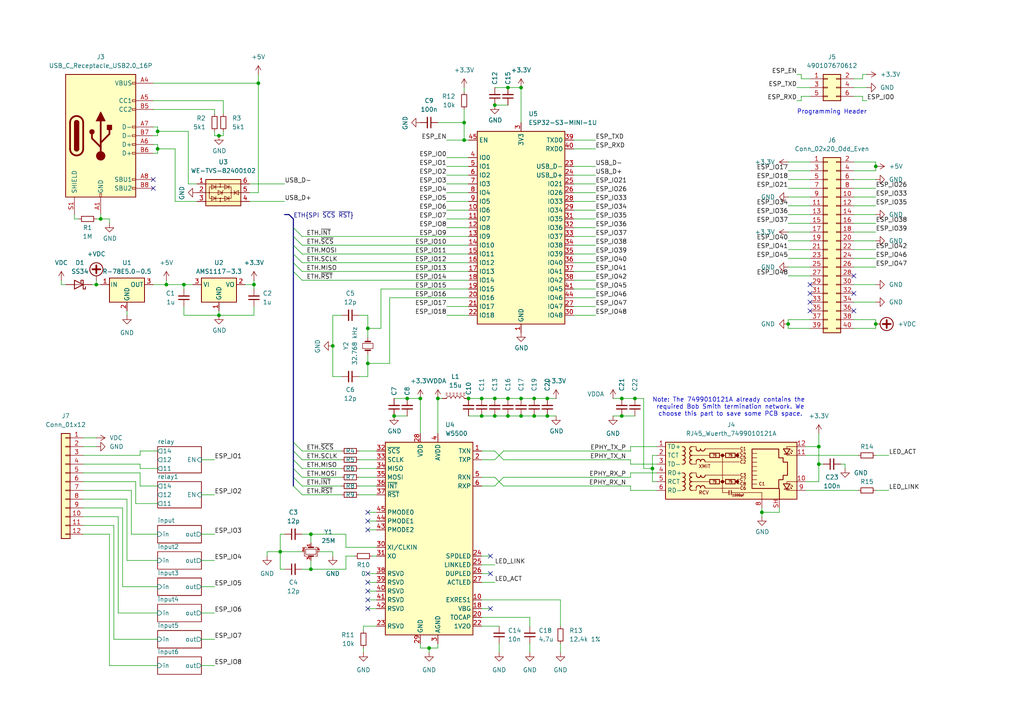
<source format=kicad_sch>
(kicad_sch (version 20250114) (generator "eeschema") (generator_version "9.0")
  (paper "A4")
  (lib_symbols
    (symbol "Connector:RJ45_Wuerth_7499010121A"
      (property "Reference" "J" (at 17.78 10.16 0))
      (property "Value" "RJ45_Wuerth_7499010121A" (at -6.35 10.16 0))
      (symbol "RJ45_Wuerth_7499010121A_0_0"
        (text "XMIT" (at -8.255 1.905 0) (effects (font (size 1.016 1.016)) (justify left)))
        (text "RCV" (at -8.255 -5.715 0) (effects (font (size 1.016 1.016)) (justify left)))
        (text "C1" (at 4.699 6.985 0) (effects (font (size 0.889 0.889))))
        (text "C4" (at 4.699 5.715 0) (effects (font (size 0.889 0.889))))
        (text "C5" (at 4.699 4.445 0) (effects (font (size 0.889 0.889))))
        (text "C2" (at 4.699 3.175 0) (effects (font (size 0.889 0.889))))
        (text "C3" (at 4.699 -0.635 0) (effects (font (size 0.889 0.889))))
        (text "C7" (at 4.699 -1.905 0) (effects (font (size 0.889 0.889))))
        (text "C8" (at 4.699 -3.175 0) (effects (font (size 0.889 0.889))))
        (text "C6" (at 4.699 -4.445 0) (effects (font (size 0.889 0.889))))
        (text "C1" (at 10.16 -3.175 0) (effects (font (size 0.889 0.889))))
      )
      (symbol "RJ45_Wuerth_7499010121A_1_0"
        (text "1000pF" (at 3.302 -6.477 0) (effects (font (size 0.635 0.635))))
      )
      (symbol "RJ45_Wuerth_7499010121A_1_1"
        (text "75" (at -3.556 5.08 0) (effects (font (size 0.635 0.635))))
        (text "75" (at -3.556 -2.54 0) (effects (font (size 0.635 0.635))))
        (text "75" (at 1.016 5.08 0) (effects (font (size 0.635 0.635))))
        (text "75" (at 1.016 -2.54 0) (effects (font (size 0.635 0.635))))
        (pin passive line (at -20.32 7.62 0) (length 2.54) (name "TD+") (number "1"))
        (pin passive line (at -20.32 5.08 0) (length 2.54) (name "TCT") (number "2"))
        (pin passive line (at -20.32 2.54 0) (length 2.54) (name "TD-") (number "3"))
        (pin passive line (at -20.32 0 0) (length 2.54) (name "RD+") (number "4"))
        (pin passive line (at -20.32 -2.54 0) (length 2.54) (name "RCT") (number "5"))
        (pin passive line (at -20.32 -5.08 0) (length 2.54) (name "RD-") (number "6"))
        (pin power_in line (at 10.16 -10.16 90) (length 2.54) (name "") (number "8"))
        (pin passive line (at 15.24 -10.16 90) (length 2.54) (name "") (number "SH"))
        (pin no_connect line (at 20.32 0 0) (length 0) (hide yes) (name "NC") (number "7"))
        (pin passive line (at 22.86 7.62 180) (length 2.54) (name "") (number "12"))
        (pin passive line (at 22.86 5.08 180) (length 2.54) (name "") (number "11"))
        (pin passive line (at 22.86 -2.54 180) (length 2.54) (name "") (number "10"))
        (pin passive line (at 22.86 -5.08 180) (length 2.54) (name "") (number "9"))
      )
    )
    (symbol "Connector:USB_C_Receptacle_USB2.0_16P" (pin_names (offset 1.016))
      (property "Reference" "J" (at 0 22.225 0))
      (property "Value" "USB_C_Receptacle_USB2.0_16P" (at 0 19.685 0))
      (symbol "USB_C_Receptacle_USB2.0_16P_1_1"
        (pin passive line (at -7.62 -22.86 90) (length 5.08) (name "SHIELD") (number "S1"))
        (pin passive line (at 0 -22.86 90) (length 5.08) (name "GND") (number "A1"))
        (pin passive line (at 0 -22.86 90) (length 5.08) (hide yes) (name "GND") (number "A12"))
        (pin passive line (at 0 -22.86 90) (length 5.08) (hide yes) (name "GND") (number "B1"))
        (pin passive line (at 0 -22.86 90) (length 5.08) (hide yes) (name "GND") (number "B12"))
        (pin passive line (at 15.24 15.24 180) (length 5.08) (name "VBUS") (number "A4"))
        (pin passive line (at 15.24 15.24 180) (length 5.08) (hide yes) (name "VBUS") (number "A9"))
        (pin passive line (at 15.24 15.24 180) (length 5.08) (hide yes) (name "VBUS") (number "B4"))
        (pin passive line (at 15.24 15.24 180) (length 5.08) (hide yes) (name "VBUS") (number "B9"))
        (pin bidirectional line (at 15.24 10.16 180) (length 5.08) (name "CC1") (number "A5"))
        (pin bidirectional line (at 15.24 7.62 180) (length 5.08) (name "CC2") (number "B5"))
        (pin bidirectional line (at 15.24 2.54 180) (length 5.08) (name "D-") (number "A7"))
        (pin bidirectional line (at 15.24 0 180) (length 5.08) (name "D-") (number "B7"))
        (pin bidirectional line (at 15.24 -2.54 180) (length 5.08) (name "D+") (number "A6"))
        (pin bidirectional line (at 15.24 -5.08 180) (length 5.08) (name "D+") (number "B6"))
        (pin bidirectional line (at 15.24 -12.7 180) (length 5.08) (name "SBU1") (number "A8"))
        (pin bidirectional line (at 15.24 -15.24 180) (length 5.08) (name "SBU2") (number "B8"))
      )
    )
    (symbol "Connector_Generic:Conn_01x12" (pin_names (offset 1.016) (hide yes))
      (property "Reference" "J" (at 0 15.24 0))
      (property "Value" "Conn_01x12" (at 0 -17.78 0))
      (symbol "Conn_01x12_1_1"
        (pin passive line (at -5.08 12.7 0) (length 3.81) (name "Pin_1") (number "1"))
        (pin passive line (at -5.08 10.16 0) (length 3.81) (name "Pin_2") (number "2"))
        (pin passive line (at -5.08 7.62 0) (length 3.81) (name "Pin_3") (number "3"))
        (pin passive line (at -5.08 5.08 0) (length 3.81) (name "Pin_4") (number "4"))
        (pin passive line (at -5.08 2.54 0) (length 3.81) (name "Pin_5") (number "5"))
        (pin passive line (at -5.08 0 0) (length 3.81) (name "Pin_6") (number "6"))
        (pin passive line (at -5.08 -2.54 0) (length 3.81) (name "Pin_7") (number "7"))
        (pin passive line (at -5.08 -5.08 0) (length 3.81) (name "Pin_8") (number "8"))
        (pin passive line (at -5.08 -7.62 0) (length 3.81) (name "Pin_9") (number "9"))
        (pin passive line (at -5.08 -10.16 0) (length 3.81) (name "Pin_10") (number "10"))
        (pin passive line (at -5.08 -12.7 0) (length 3.81) (name "Pin_11") (number "11"))
        (pin passive line (at -5.08 -15.24 0) (length 3.81) (name "Pin_12") (number "12"))
      )
    )
    (symbol "Connector_Generic:Conn_02x03_Odd_Even" (pin_names (offset 1.016) (hide yes))
      (property "Reference" "J" (at 1.27 5.08 0))
      (property "Value" "Conn_02x03_Odd_Even" (at 1.27 -5.08 0))
      (symbol "Conn_02x03_Odd_Even_1_1"
        (pin passive line (at -5.08 2.54 0) (length 3.81) (name "Pin_1") (number "1"))
        (pin passive line (at -5.08 0 0) (length 3.81) (name "Pin_3") (number "3"))
        (pin passive line (at -5.08 -2.54 0) (length 3.81) (name "Pin_5") (number "5"))
        (pin passive line (at 7.62 2.54 180) (length 3.81) (name "Pin_2") (number "2"))
        (pin passive line (at 7.62 0 180) (length 3.81) (name "Pin_4") (number "4"))
        (pin passive line (at 7.62 -2.54 180) (length 3.81) (name "Pin_6") (number "6"))
      )
    )
    (symbol "Connector_Generic:Conn_02x20_Odd_Even" (pin_names (offset 1.016) (hide yes))
      (property "Reference" "J" (at 1.27 25.4 0))
      (property "Value" "Conn_02x20_Odd_Even" (at 1.27 -27.94 0))
      (symbol "Conn_02x20_Odd_Even_1_1"
        (pin passive line (at -5.08 22.86 0) (length 3.81) (name "Pin_1") (number "1"))
        (pin passive line (at -5.08 20.32 0) (length 3.81) (name "Pin_3") (number "3"))
        (pin passive line (at -5.08 17.78 0) (length 3.81) (name "Pin_5") (number "5"))
        (pin passive line (at -5.08 15.24 0) (length 3.81) (name "Pin_7") (number "7"))
        (pin passive line (at -5.08 12.7 0) (length 3.81) (name "Pin_9") (number "9"))
        (pin passive line (at -5.08 10.16 0) (length 3.81) (name "Pin_11") (number "11"))
        (pin passive line (at -5.08 7.62 0) (length 3.81) (name "Pin_13") (number "13"))
        (pin passive line (at -5.08 5.08 0) (length 3.81) (name "Pin_15") (number "15"))
        (pin passive line (at -5.08 2.54 0) (length 3.81) (name "Pin_17") (number "17"))
        (pin passive line (at -5.08 0 0) (length 3.81) (name "Pin_19") (number "19"))
        (pin passive line (at -5.08 -2.54 0) (length 3.81) (name "Pin_21") (number "21"))
        (pin passive line (at -5.08 -5.08 0) (length 3.81) (name "Pin_23") (number "23"))
        (pin passive line (at -5.08 -7.62 0) (length 3.81) (name "Pin_25") (number "25"))
        (pin passive line (at -5.08 -10.16 0) (length 3.81) (name "Pin_27") (number "27"))
        (pin passive line (at -5.08 -12.7 0) (length 3.81) (name "Pin_29") (number "29"))
        (pin passive line (at -5.08 -15.24 0) (length 3.81) (name "Pin_31") (number "31"))
        (pin passive line (at -5.08 -17.78 0) (length 3.81) (name "Pin_33") (number "33"))
        (pin passive line (at -5.08 -20.32 0) (length 3.81) (name "Pin_35") (number "35"))
        (pin passive line (at -5.08 -22.86 0) (length 3.81) (name "Pin_37") (number "37"))
        (pin passive line (at -5.08 -25.4 0) (length 3.81) (name "Pin_39") (number "39"))
        (pin passive line (at 7.62 22.86 180) (length 3.81) (name "Pin_2") (number "2"))
        (pin passive line (at 7.62 20.32 180) (length 3.81) (name "Pin_4") (number "4"))
        (pin passive line (at 7.62 17.78 180) (length 3.81) (name "Pin_6") (number "6"))
        (pin passive line (at 7.62 15.24 180) (length 3.81) (name "Pin_8") (number "8"))
        (pin passive line (at 7.62 12.7 180) (length 3.81) (name "Pin_10") (number "10"))
        (pin passive line (at 7.62 10.16 180) (length 3.81) (name "Pin_12") (number "12"))
        (pin passive line (at 7.62 7.62 180) (length 3.81) (name "Pin_14") (number "14"))
        (pin passive line (at 7.62 5.08 180) (length 3.81) (name "Pin_16") (number "16"))
        (pin passive line (at 7.62 2.54 180) (length 3.81) (name "Pin_18") (number "18"))
        (pin passive line (at 7.62 0 180) (length 3.81) (name "Pin_20") (number "20"))
        (pin passive line (at 7.62 -2.54 180) (length 3.81) (name "Pin_22") (number "22"))
        (pin passive line (at 7.62 -5.08 180) (length 3.81) (name "Pin_24") (number "24"))
        (pin passive line (at 7.62 -7.62 180) (length 3.81) (name "Pin_26") (number "26"))
        (pin passive line (at 7.62 -10.16 180) (length 3.81) (name "Pin_28") (number "28"))
        (pin passive line (at 7.62 -12.7 180) (length 3.81) (name "Pin_30") (number "30"))
        (pin passive line (at 7.62 -15.24 180) (length 3.81) (name "Pin_32") (number "32"))
        (pin passive line (at 7.62 -17.78 180) (length 3.81) (name "Pin_34") (number "34"))
        (pin passive line (at 7.62 -20.32 180) (length 3.81) (name "Pin_36") (number "36"))
        (pin passive line (at 7.62 -22.86 180) (length 3.81) (name "Pin_38") (number "38"))
        (pin passive line (at 7.62 -25.4 180) (length 3.81) (name "Pin_40") (number "40"))
      )
    )
    (symbol "Device:C_Small" (pin_numbers (hide yes)) (pin_names (offset 0.254) (hide yes))
      (property "Reference" "C" (at 0.254 1.778 0))
      (property "Value" "C_Small" (at 0.254 -2.032 0))
      (symbol "C_Small_1_1"
        (pin passive line (at 0 2.54 270) (length 2.032) (name "~") (number "1"))
        (pin passive line (at 0 -2.54 90) (length 2.032) (name "~") (number "2"))
      )
    )
    (symbol "Device:Crystal_GND24_Small" (pin_names (offset 1.016) (hide yes))
      (property "Reference" "Y" (at 1.27 4.445 0))
      (property "Value" "Crystal_GND24_Small" (at 1.27 2.54 0))
      (symbol "Crystal_GND24_Small_1_1"
        (pin passive line (at -2.54 0 0) (length 1.27) (name "1") (number "1"))
        (pin passive line (at 0 2.54 270) (length 0.635) (name "4") (number "4"))
        (pin passive line (at 0 -2.54 90) (length 0.635) (name "2") (number "2"))
        (pin passive line (at 2.54 0 180) (length 1.27) (name "3") (number "3"))
      )
    )
    (symbol "Device:Crystal_Small" (pin_numbers (hide yes)) (pin_names (offset 1.016) (hide yes))
      (property "Reference" "Y" (at 0 2.54 0))
      (property "Value" "Crystal_Small" (at 0 -2.54 0))
      (symbol "Crystal_Small_1_1"
        (pin passive line (at -2.54 0 0) (length 1.27) (name "1") (number "1"))
        (pin passive line (at 2.54 0 180) (length 1.27) (name "2") (number "2"))
      )
    )
    (symbol "Device:D_Schottky" (pin_numbers (hide yes)) (pin_names (offset 1.016) (hide yes))
      (property "Reference" "D" (at 0 2.54 0))
      (property "Value" "D_Schottky" (at 0 -2.54 0))
      (symbol "D_Schottky_1_1"
        (pin passive line (at -3.81 0 0) (length 2.54) (name "K") (number "1"))
        (pin passive line (at 3.81 0 180) (length 2.54) (name "A") (number "2"))
      )
    )
    (symbol "Device:L_Ferrite" (pin_numbers (hide yes)) (pin_names (offset 1.016) (hide yes))
      (property "Reference" "L" (at -1.27 0 90))
      (property "Value" "L_Ferrite" (at 2.794 0 90))
      (symbol "L_Ferrite_1_1"
        (pin passive line (at 0 3.81 270) (length 1.27) (name "1") (number "1"))
        (pin passive line (at 0 -3.81 90) (length 1.27) (name "2") (number "2"))
      )
    )
    (symbol "Device:R_Small" (pin_numbers (hide yes)) (pin_names (offset 0.254) (hide yes))
      (property "Reference" "R" (at 0.762 0.508 0))
      (property "Value" "R_Small" (at 0.762 -1.016 0))
      (symbol "R_Small_1_1"
        (pin passive line (at 0 2.54 270) (length 0.762) (name "~") (number "1"))
        (pin passive line (at 0 -2.54 90) (length 0.762) (name "~") (number "2"))
      )
    )
    (symbol "GND_1" (power) (pin_numbers (hide yes)) (pin_names (offset 0) (hide yes))
      (property "Value" "GND" (at 0 -3.81 0))
      (symbol "GND_1_1_1"
        (pin power_in line (at 0 0 270) (length 0) (name "~") (number "1"))
      )
    )
    (symbol "GND_2" (power) (pin_numbers (hide yes)) (pin_names (offset 0) (hide yes))
      (property "Value" "GND" (at 0 -3.81 0))
      (symbol "GND_2_1_1"
        (pin power_in line (at 0 0 270) (length 0) (name "~") (number "1"))
      )
    )
    (symbol "Interface_Ethernet:W5500"
      (property "Reference" "U" (at -11.43 29.21 0))
      (property "Value" "W5500" (at 8.89 29.21 0))
      (symbol "W5500_1_1"
        (pin input line (at -15.24 25.4 0) (length 2.54) (name "~{SCS}") (number "32"))
        (pin input line (at -15.24 22.86 0) (length 2.54) (name "SCLK") (number "33"))
        (pin output line (at -15.24 20.32 0) (length 2.54) (name "MISO") (number "34"))
        (pin input line (at -15.24 17.78 0) (length 2.54) (name "MOSI") (number "35"))
        (pin input line (at -15.24 15.24 0) (length 2.54) (name "~{INT}") (number "36"))
        (pin input line (at -15.24 12.7 0) (length 2.54) (name "~{RST}") (number "37"))
        (pin input line (at -15.24 7.62 0) (length 2.54) (name "PMODE0") (number "45"))
        (pin input line (at -15.24 5.08 0) (length 2.54) (name "PMODE1") (number "44"))
        (pin input line (at -15.24 2.54 0) (length 2.54) (name "PMODE2") (number "43"))
        (pin input line (at -15.24 -2.54 0) (length 2.54) (name "XI/CLKIN") (number "30"))
        (pin output line (at -15.24 -5.08 0) (length 2.54) (name "XO") (number "31"))
        (pin input line (at -15.24 -10.16 0) (length 2.54) (name "RSVD") (number "38"))
        (pin input line (at -15.24 -12.7 0) (length 2.54) (name "RSVD") (number "39"))
        (pin input line (at -15.24 -15.24 0) (length 2.54) (name "RSVD") (number "40"))
        (pin input line (at -15.24 -17.78 0) (length 2.54) (name "RSVD") (number "41"))
        (pin input line (at -15.24 -20.32 0) (length 2.54) (name "RSVD") (number "42"))
        (pin input line (at -15.24 -25.4 0) (length 2.54) (name "RSVD") (number "23"))
        (pin power_in line (at -2.54 30.48 270) (length 2.54) (name "VDD") (number "28"))
        (pin power_in line (at -2.54 -30.48 90) (length 2.54) (name "GND") (number "29"))
        (pin passive line (at 2.54 30.48 270) (length 2.54) (hide yes) (name "AVDD") (number "11"))
        (pin passive line (at 2.54 30.48 270) (length 2.54) (hide yes) (name "AVDD") (number "15"))
        (pin passive line (at 2.54 30.48 270) (length 2.54) (hide yes) (name "AVDD") (number "17"))
        (pin passive line (at 2.54 30.48 270) (length 2.54) (hide yes) (name "AVDD") (number "21"))
        (pin power_in line (at 2.54 30.48 270) (length 2.54) (name "AVDD") (number "4"))
        (pin passive line (at 2.54 30.48 270) (length 2.54) (hide yes) (name "AVDD") (number "8"))
        (pin passive line (at 2.54 -30.48 90) (length 2.54) (hide yes) (name "AGND") (number "14"))
        (pin passive line (at 2.54 -30.48 90) (length 2.54) (hide yes) (name "AGND") (number "16"))
        (pin passive line (at 2.54 -30.48 90) (length 2.54) (hide yes) (name "AGND") (number "19"))
        (pin power_in line (at 2.54 -30.48 90) (length 2.54) (name "AGND") (number "3"))
        (pin passive line (at 2.54 -30.48 90) (length 2.54) (hide yes) (name "AGND") (number "48"))
        (pin passive line (at 2.54 -30.48 90) (length 2.54) (hide yes) (name "AGND") (number "9"))
        (pin no_connect line (at 12.7 10.16 180) (length 2.54) (hide yes) (name "DNC") (number "7"))
        (pin no_connect line (at 12.7 7.62 180) (length 2.54) (hide yes) (name "NC") (number "12"))
        (pin no_connect line (at 12.7 5.08 180) (length 2.54) (hide yes) (name "NC") (number "13"))
        (pin no_connect line (at 12.7 2.54 180) (length 2.54) (hide yes) (name "NC") (number "46"))
        (pin no_connect line (at 12.7 0 180) (length 2.54) (hide yes) (name "NC") (number "47"))
        (pin output line (at 15.24 25.4 180) (length 2.54) (name "TXN") (number "1"))
        (pin output line (at 15.24 22.86 180) (length 2.54) (name "TXP") (number "2"))
        (pin input line (at 15.24 17.78 180) (length 2.54) (name "RXN") (number "5"))
        (pin input line (at 15.24 15.24 180) (length 2.54) (name "RXP") (number "6"))
        (pin output line (at 15.24 -5.08 180) (length 2.54) (name "SPDLED") (number "24"))
        (pin output line (at 15.24 -7.62 180) (length 2.54) (name "LINKLED") (number "25"))
        (pin output line (at 15.24 -10.16 180) (length 2.54) (name "DUPLED") (number "26"))
        (pin output line (at 15.24 -12.7 180) (length 2.54) (name "ACTLED") (number "27"))
        (pin passive line (at 15.24 -17.78 180) (length 2.54) (name "EXRES1") (number "10"))
        (pin passive line (at 15.24 -20.32 180) (length 2.54) (name "VBG") (number "18"))
        (pin passive line (at 15.24 -22.86 180) (length 2.54) (name "TOCAP") (number "20"))
        (pin output line (at 15.24 -25.4 180) (length 2.54) (name "1V2O") (number "22"))
      )
    )
    (symbol "Power_Protection:WE-TVS-82400102"
      (property "Reference" "U" (at 0 7.62 0))
      (property "Value" "WE-TVS-82400102" (at 0 5.08 0))
      (symbol "WE-TVS-82400102_1_1"
        (pin passive line (at -7.62 2.54 0) (length 2.54) (name "~") (number "1"))
        (pin passive line (at -7.62 0 0) (length 2.54) (name "~") (number "2"))
        (pin passive line (at -7.62 -2.54 0) (length 2.54) (name "~") (number "3"))
        (pin passive line (at 7.62 2.54 180) (length 2.54) (name "~") (number "6"))
        (pin passive line (at 7.62 0 180) (length 2.54) (name "~") (number "5"))
        (pin passive line (at 7.62 -2.54 180) (length 2.54) (name "~") (number "4"))
      )
    )
    (symbol "RF_Module:ESP32-S3-MINI-1U"
      (property "Reference" "U" (at -11.43 29.21 0))
      (property "Value" "ESP32-S3-MINI-1U" (at 12.7 29.21 0))
      (symbol "ESP32-S3-MINI-1U_1_1"
        (pin input line (at -15.24 25.4 0) (length 2.54) (name "EN") (number "45"))
        (pin bidirectional line (at -15.24 20.32 0) (length 2.54) (name "IO0") (number "4"))
        (pin bidirectional line (at -15.24 17.78 0) (length 2.54) (name "IO1") (number "5"))
        (pin bidirectional line (at -15.24 15.24 0) (length 2.54) (name "IO2") (number "6"))
        (pin bidirectional line (at -15.24 12.7 0) (length 2.54) (name "IO3") (number "7"))
        (pin bidirectional line (at -15.24 10.16 0) (length 2.54) (name "IO4") (number "8"))
        (pin bidirectional line (at -15.24 7.62 0) (length 2.54) (name "IO5") (number "9"))
        (pin bidirectional line (at -15.24 5.08 0) (length 2.54) (name "IO6") (number "10"))
        (pin bidirectional line (at -15.24 2.54 0) (length 2.54) (name "IO7") (number "11"))
        (pin bidirectional line (at -15.24 0 0) (length 2.54) (name "IO8") (number "12"))
        (pin bidirectional line (at -15.24 -2.54 0) (length 2.54) (name "IO9") (number "13"))
        (pin bidirectional line (at -15.24 -5.08 0) (length 2.54) (name "IO10") (number "14"))
        (pin bidirectional line (at -15.24 -7.62 0) (length 2.54) (name "IO11") (number "15"))
        (pin bidirectional line (at -15.24 -10.16 0) (length 2.54) (name "IO12") (number "16"))
        (pin bidirectional line (at -15.24 -12.7 0) (length 2.54) (name "IO13") (number "17"))
        (pin bidirectional line (at -15.24 -15.24 0) (length 2.54) (name "IO14") (number "18"))
        (pin bidirectional line (at -15.24 -17.78 0) (length 2.54) (name "IO15") (number "19"))
        (pin bidirectional line (at -15.24 -20.32 0) (length 2.54) (name "IO16") (number "20"))
        (pin bidirectional line (at -15.24 -22.86 0) (length 2.54) (name "IO17") (number "21"))
        (pin bidirectional line (at -15.24 -25.4 0) (length 2.54) (name "IO18") (number "22"))
        (pin power_in line (at 0 30.48 270) (length 2.54) (name "3V3") (number "3"))
        (pin power_in line (at 0 -30.48 90) (length 2.54) (name "GND") (number "1"))
        (pin passive line (at 0 -30.48 90) (length 2.54) (hide yes) (name "GND") (number "2"))
        (pin passive line (at 0 -30.48 90) (length 2.54) (hide yes) (name "GND") (number "42"))
        (pin passive line (at 0 -30.48 90) (length 2.54) (hide yes) (name "GND") (number "43"))
        (pin passive line (at 0 -30.48 90) (length 2.54) (hide yes) (name "GND") (number "46"))
        (pin passive line (at 0 -30.48 90) (length 2.54) (hide yes) (name "GND") (number "47"))
        (pin passive line (at 0 -30.48 90) (length 2.54) (hide yes) (name "GND") (number "48"))
        (pin passive line (at 0 -30.48 90) (length 2.54) (hide yes) (name "GND") (number "49"))
        (pin passive line (at 0 -30.48 90) (length 2.54) (hide yes) (name "GND") (number "50"))
        (pin passive line (at 0 -30.48 90) (length 2.54) (hide yes) (name "GND") (number "51"))
        (pin passive line (at 0 -30.48 90) (length 2.54) (hide yes) (name "GND") (number "52"))
        (pin passive line (at 0 -30.48 90) (length 2.54) (hide yes) (name "GND") (number "53"))
        (pin passive line (at 0 -30.48 90) (length 2.54) (hide yes) (name "GND") (number "54"))
        (pin passive line (at 0 -30.48 90) (length 2.54) (hide yes) (name "GND") (number "55"))
        (pin passive line (at 0 -30.48 90) (length 2.54) (hide yes) (name "GND") (number "56"))
        (pin passive line (at 0 -30.48 90) (length 2.54) (hide yes) (name "GND") (number "57"))
        (pin passive line (at 0 -30.48 90) (length 2.54) (hide yes) (name "GND") (number "58"))
        (pin passive line (at 0 -30.48 90) (length 2.54) (hide yes) (name "GND") (number "59"))
        (pin passive line (at 0 -30.48 90) (length 2.54) (hide yes) (name "GND") (number "60"))
        (pin passive line (at 0 -30.48 90) (length 2.54) (hide yes) (name "GND") (number "61"))
        (pin passive line (at 0 -30.48 90) (length 2.54) (hide yes) (name "GND") (number "62"))
        (pin passive line (at 0 -30.48 90) (length 2.54) (hide yes) (name "GND") (number "63"))
        (pin passive line (at 0 -30.48 90) (length 2.54) (hide yes) (name "GND") (number "64"))
        (pin passive line (at 0 -30.48 90) (length 2.54) (hide yes) (name "GND") (number "65"))
        (pin bidirectional line (at 15.24 25.4 180) (length 2.54) (name "TXD0") (number "39"))
        (pin bidirectional line (at 15.24 22.86 180) (length 2.54) (name "RXD0") (number "40"))
        (pin bidirectional line (at 15.24 17.78 180) (length 2.54) (name "USB_D-") (number "23"))
        (pin bidirectional line (at 15.24 15.24 180) (length 2.54) (name "USB_D+") (number "24"))
        (pin bidirectional line (at 15.24 12.7 180) (length 2.54) (name "IO21") (number "25"))
        (pin bidirectional line (at 15.24 10.16 180) (length 2.54) (name "IO26") (number "26"))
        (pin bidirectional line (at 15.24 7.62 180) (length 2.54) (name "IO33") (number "28"))
        (pin bidirectional line (at 15.24 5.08 180) (length 2.54) (name "IO34") (number "29"))
        (pin bidirectional line (at 15.24 2.54 180) (length 2.54) (name "IO35") (number "31"))
        (pin bidirectional line (at 15.24 0 180) (length 2.54) (name "IO36") (number "32"))
        (pin bidirectional line (at 15.24 -2.54 180) (length 2.54) (name "IO37") (number "33"))
        (pin bidirectional line (at 15.24 -5.08 180) (length 2.54) (name "IO38") (number "34"))
        (pin bidirectional line (at 15.24 -7.62 180) (length 2.54) (name "IO39") (number "35"))
        (pin bidirectional line (at 15.24 -10.16 180) (length 2.54) (name "IO40") (number "36"))
        (pin bidirectional line (at 15.24 -12.7 180) (length 2.54) (name "IO41") (number "37"))
        (pin bidirectional line (at 15.24 -15.24 180) (length 2.54) (name "IO42") (number "38"))
        (pin bidirectional line (at 15.24 -17.78 180) (length 2.54) (name "IO45") (number "41"))
        (pin bidirectional line (at 15.24 -20.32 180) (length 2.54) (name "IO46") (number "44"))
        (pin bidirectional line (at 15.24 -22.86 180) (length 2.54) (name "IO47") (number "27"))
        (pin bidirectional line (at 15.24 -25.4 180) (length 2.54) (name "IO48") (number "30"))
      )
    )
    (symbol "Regulator_Linear:AMS1117-3.3"
      (property "Reference" "U" (at -3.81 3.175 0))
      (property "Value" "AMS1117-3.3" (at 0 3.175 0))
      (symbol "AMS1117-3.3_1_1"
        (pin power_in line (at -7.62 0 0) (length 2.54) (name "VI") (number "3"))
        (pin power_in line (at 0 -7.62 90) (length 2.54) (name "GND") (number "1"))
        (pin power_out line (at 7.62 0 180) (length 2.54) (name "VO") (number "2"))
      )
    )
    (symbol "Regulator_Switching:R-78E5.0-0.5" (pin_names (offset 0.254))
      (property "Reference" "U" (at -3.81 3.175 0))
      (property "Value" "R-78E5.0-0.5" (at 0 3.175 0))
      (symbol "R-78E5.0-0.5_1_1"
        (pin power_in line (at -7.62 0 0) (length 2.54) (name "IN") (number "1"))
        (pin power_in line (at 0 -7.62 90) (length 2.54) (name "GND") (number "2"))
        (pin power_out line (at 7.62 0 180) (length 2.54) (name "OUT") (number "3"))
      )
    )
    (symbol "power:+3.3V" (power) (pin_numbers (hide yes)) (pin_names (offset 0) (hide yes))
      (property "Value" "+3.3V" (at 0 3.556 0))
      (symbol "+3.3V_1_1"
        (pin power_in line (at 0 0 90) (length 0) (name "~") (number "1"))
      )
    )
    (symbol "power:+5V" (power) (pin_numbers (hide yes)) (pin_names (offset 0) (hide yes))
      (property "Value" "+5V" (at 0 3.556 0))
      (symbol "+5V_1_1"
        (pin power_in line (at 0 0 90) (length 0) (name "~") (number "1"))
      )
    )
    (symbol "power:+VDC" (power) (pin_numbers (hide yes)) (pin_names (offset 0) (hide yes))
      (property "Value" "+VDC" (at 0 6.35 0))
      (symbol "+VDC_1_1"
        (pin power_in line (at 0 0 90) (length 0) (name "~") (number "1"))
      )
    )
    (symbol "power:GND" (power) (pin_names (offset 0))
      (property "Value" "GND" (at 0 -3.81 0))
      (symbol "GND_1_1"
        (pin power_in line (at 0 0 270) (length 0) (hide yes) (name "GND") (number "1"))
      )
    )
    (symbol "power:VDC" (power) (pin_numbers (hide yes)) (pin_names (offset 0) (hide yes))
      (property "Value" "VDC" (at 0 3.556 0))
      (symbol "VDC_1_1"
        (pin power_in line (at 0 0 90) (length 0) (name "~") (number "1"))
      )
    )
    (symbol "power:VDDA" (power) (pin_numbers (hide yes)) (pin_names (offset 0) (hide yes))
      (property "Value" "VDDA" (at 0 3.556 0))
      (symbol "VDDA_1_1"
        (pin power_in line (at 0 0 90) (length 0) (name "~") (number "1"))
      )
    )
  )
  (bus_alias "SPI" (members "SCLK" "MISO" "MOSI" "~{INT}"))
  (text "Programming Header" (at 241.3 32.512 0) (effects (font (size 1.27 1.27))))
  (text "Note: The 7499010121A already contains the \nrequired Bob Smith termination network. We\nchoose this part to save some PCB space." (at 211.836 118.11 0) (effects (font (size 1.27 1.27))))
  (junction (at 158.75 115.57))
  (junction (at 134.62 40.64))
  (junction (at 151.13 25.4))
  (junction (at 63.5 91.44))
  (junction (at 237.49 129.54))
  (junction (at 151.13 115.57))
  (junction (at 180.34 115.57))
  (junction (at 139.7 115.57))
  (junction (at 158.75 120.65))
  (junction (at 48.26 82.55))
  (junction (at 154.94 115.57))
  (junction (at 147.32 120.65))
  (junction (at 147.32 25.4))
  (junction (at 63.5 39.37))
  (junction (at 151.13 120.65))
  (junction (at 189.23 135.89))
  (junction (at 90.17 154.94))
  (junction (at 220.98 148.59))
  (junction (at 254 48.26))
  (junction (at 45.72 38.1))
  (junction (at 135.89 115.57))
  (junction (at 121.92 115.57))
  (junction (at 184.15 115.57))
  (junction (at 154.94 120.65))
  (junction (at 74.93 24.13))
  (junction (at 96.52 100.33))
  (junction (at 27.94 82.55))
  (junction (at 143.51 30.48))
  (junction (at 143.51 120.65))
  (junction (at 180.34 120.65))
  (junction (at 73.66 82.55))
  (junction (at 106.68 105.41))
  (junction (at 139.7 120.65))
  (junction (at 147.32 115.57))
  (junction (at 106.68 95.25))
  (junction (at 29.21 63.5))
  (junction (at 114.3 120.65))
  (junction (at 53.34 82.55))
  (junction (at 143.51 115.57))
  (junction (at 228.6 93.98))
  (junction (at 124.46 187.96))
  (junction (at 118.11 115.57))
  (junction (at 81.28 160.02))
  (junction (at 237.49 134.62))
  (junction (at 45.72 43.18))
  (junction (at 134.62 35.56))
  (junction (at 90.17 165.1))
  (junction (at 127 115.57))
  (junction (at 254 93.98))
  (no_connect (at 234.95 90.17))
  (no_connect (at 106.68 166.37))
  (no_connect (at 142.24 176.53))
  (no_connect (at 44.45 52.07))
  (no_connect (at 106.68 168.91))
  (no_connect (at 247.65 80.01))
  (no_connect (at 234.95 85.09))
  (no_connect (at 44.45 54.61))
  (no_connect (at 247.65 85.09))
  (no_connect (at 247.65 90.17))
  (no_connect (at 234.95 87.63))
  (no_connect (at 106.68 153.67))
  (no_connect (at 234.95 82.55))
  (no_connect (at 106.68 176.53))
  (no_connect (at 106.68 171.45))
  (no_connect (at 142.24 166.37))
  (no_connect (at 106.68 148.59))
  (no_connect (at 106.68 151.13))
  (no_connect (at 106.68 173.99))
  (no_connect (at 142.24 161.29))
  (bus_entry (at 85.09 76.2) (size 2.54 2.54))
  (bus_entry (at 85.09 78.74) (size 2.54 2.54))
  (bus_entry (at 85.09 73.66) (size 2.54 2.54))
  (bus_entry (at 85.09 133.35) (size 2.54 2.54))
  (bus_entry (at 85.09 128.27) (size 2.54 2.54))
  (bus_entry (at 85.09 138.43) (size 2.54 2.54))
  (bus_entry (at 85.09 68.58) (size 2.54 2.54))
  (bus_entry (at 85.09 140.97) (size 2.54 2.54))
  (bus_entry (at 85.09 130.81) (size 2.54 2.54))
  (bus_entry (at 85.09 66.04) (size 2.54 2.54))
  (bus_entry (at 85.09 71.12) (size 2.54 2.54))
  (bus_entry (at 85.09 135.89) (size 2.54 2.54))
  (wire (pts (xy 58.42 170.18) (xy 62.23 170.18)))
  (wire (pts (xy 158.75 115.57) (xy 161.29 115.57)))
  (wire (pts (xy 139.7 133.35) (xy 143.51 133.35)))
  (wire (pts (xy 29.21 63.5) (xy 31.75 63.5)))
  (wire (pts (xy 146.05 140.97) (xy 182.88 140.97)))
  (wire (pts (xy 54.61 53.34) (xy 57.15 53.34)))
  (wire (pts (xy 146.05 130.81) (xy 143.51 133.35)))
  (wire (pts (xy 62.23 31.75) (xy 62.23 33.02)))
  (wire (pts (xy 143.51 130.81) (xy 146.05 133.35)))
  (wire (pts (xy 53.34 91.44) (xy 63.5 91.44)))
  (wire (pts (xy 27.94 82.55) (xy 29.21 82.55)))
  (wire (pts (xy 38.1 154.94) (xy 45.72 154.94)))
  (wire (pts (xy 237.49 129.54) (xy 233.68 129.54)))
  (wire (pts (xy 58.42 143.51) (xy 62.23 143.51)))
  (wire (pts (xy 151.13 120.65) (xy 154.94 120.65)))
  (wire (pts (xy 139.7 115.57) (xy 143.51 115.57)))
  (wire (pts (xy 40.64 132.08) (xy 40.64 130.81)))
  (wire (pts (xy 182.88 129.54) (xy 190.5 129.54)))
  (wire (pts (xy 233.68 139.7) (xy 237.49 139.7)))
  (wire (pts (xy 232.41 22.86) (xy 234.95 22.86)))
  (wire (pts (xy 121.92 115.57) (xy 121.92 125.73)))
  (bus (pts (xy 85.09 133.35) (xy 85.09 135.89)))
  (wire (pts (xy 106.68 173.99) (xy 109.22 173.99)))
  (wire (pts (xy 24.13 134.62) (xy 40.64 134.62)))
  (wire (pts (xy 96.52 161.29) (xy 96.52 160.02)))
  (wire (pts (xy 166.37 83.82) (xy 172.72 83.82)))
  (wire (pts (xy 34.29 149.86) (xy 34.29 177.8)))
  (wire (pts (xy 189.23 135.89) (xy 186.69 135.89)))
  (wire (pts (xy 247.65 87.63) (xy 254 87.63)))
  (wire (pts (xy 146.05 138.43) (xy 182.88 138.43)))
  (wire (pts (xy 24.13 154.94) (xy 31.75 154.94)))
  (wire (pts (xy 129.54 63.5) (xy 135.89 63.5)))
  (wire (pts (xy 40.64 135.89) (xy 45.72 135.89)))
  (wire (pts (xy 233.68 142.24) (xy 248.92 142.24)))
  (wire (pts (xy 166.37 50.8) (xy 172.72 50.8)))
  (wire (pts (xy 24.13 132.08) (xy 40.64 132.08)))
  (wire (pts (xy 135.89 120.65) (xy 139.7 120.65)))
  (wire (pts (xy 189.23 135.89) (xy 189.23 139.7)))
  (wire (pts (xy 228.6 95.25) (xy 228.6 93.98)))
  (wire (pts (xy 45.72 38.1) (xy 45.72 39.37)))
  (wire (pts (xy 44.45 44.45) (xy 45.72 44.45)))
  (wire (pts (xy 45.72 38.1) (xy 54.61 38.1)))
  (wire (pts (xy 21.59 62.23) (xy 21.59 63.5)))
  (wire (pts (xy 135.89 115.57) (xy 139.7 115.57)))
  (wire (pts (xy 189.23 139.7) (xy 190.5 139.7)))
  (wire (pts (xy 48.26 82.55) (xy 53.34 82.55)))
  (wire (pts (xy 44.45 36.83) (xy 45.72 36.83)))
  (wire (pts (xy 35.56 147.32) (xy 35.56 170.18)))
  (wire (pts (xy 53.34 88.9) (xy 53.34 91.44)))
  (wire (pts (xy 231.14 29.21) (xy 232.41 29.21)))
  (wire (pts (xy 106.68 151.13) (xy 109.22 151.13)))
  (wire (pts (xy 87.63 138.43) (xy 99.06 138.43)))
  (wire (pts (xy 234.95 80.01) (xy 228.6 80.01)))
  (wire (pts (xy 44.45 82.55) (xy 48.26 82.55)))
  (wire (pts (xy 250.19 22.86) (xy 250.19 21.59)))
  (wire (pts (xy 254 92.71) (xy 254 93.98)))
  (bus (pts (xy 85.09 78.74) (xy 85.09 128.27)))
  (wire (pts (xy 106.68 109.22) (xy 106.68 105.41)))
  (wire (pts (xy 33.02 152.4) (xy 33.02 185.42)))
  (wire (pts (xy 166.37 40.64) (xy 172.72 40.64)))
  (wire (pts (xy 96.52 160.02) (xy 92.71 160.02)))
  (wire (pts (xy 237.49 134.62) (xy 237.49 139.7)))
  (wire (pts (xy 44.45 31.75) (xy 62.23 31.75)))
  (bus (pts (xy 85.09 128.27) (xy 85.09 130.81)))
  (wire (pts (xy 90.17 154.94) (xy 100.33 154.94)))
  (wire (pts (xy 243.84 134.62) (xy 245.11 134.62)))
  (wire (pts (xy 87.63 78.74) (xy 135.89 78.74)))
  (wire (pts (xy 58.42 133.35) (xy 62.23 133.35)))
  (wire (pts (xy 90.17 162.56) (xy 90.17 165.1)))
  (wire (pts (xy 143.51 30.48) (xy 147.32 30.48)))
  (wire (pts (xy 143.51 120.65) (xy 147.32 120.65)))
  (wire (pts (xy 127 35.56) (xy 134.62 35.56)))
  (wire (pts (xy 154.94 115.57) (xy 158.75 115.57)))
  (wire (pts (xy 180.34 115.57) (xy 184.15 115.57)))
  (wire (pts (xy 36.83 144.78) (xy 36.83 162.56)))
  (wire (pts (xy 31.75 154.94) (xy 31.75 193.04)))
  (wire (pts (xy 72.39 53.34) (xy 82.55 53.34)))
  (wire (pts (xy 247.65 49.53) (xy 254 49.53)))
  (wire (pts (xy 162.56 181.61) (xy 162.56 173.99)))
  (wire (pts (xy 81.28 160.02) (xy 87.63 160.02)))
  (wire (pts (xy 254 48.26) (xy 254 49.53)))
  (wire (pts (xy 139.7 166.37) (xy 142.24 166.37)))
  (wire (pts (xy 121.92 187.96) (xy 124.46 187.96)))
  (wire (pts (xy 45.72 36.83) (xy 45.72 38.1)))
  (wire (pts (xy 87.63 81.28) (xy 135.89 81.28)))
  (wire (pts (xy 158.75 120.65) (xy 161.29 120.65)))
  (wire (pts (xy 129.54 60.96) (xy 135.89 60.96)))
  (wire (pts (xy 87.63 130.81) (xy 99.06 130.81)))
  (wire (pts (xy 105.41 187.96) (xy 105.41 189.23)))
  (wire (pts (xy 151.13 115.57) (xy 154.94 115.57)))
  (wire (pts (xy 250.19 21.59) (xy 251.46 21.59)))
  (wire (pts (xy 247.65 52.07) (xy 254 52.07)))
  (wire (pts (xy 36.83 162.56) (xy 45.72 162.56)))
  (wire (pts (xy 58.42 185.42) (xy 62.23 185.42)))
  (wire (pts (xy 254 46.99) (xy 254 48.26)))
  (wire (pts (xy 129.54 88.9) (xy 135.89 88.9)))
  (wire (pts (xy 147.32 25.4) (xy 151.13 25.4)))
  (wire (pts (xy 190.5 132.08) (xy 189.23 132.08)))
  (wire (pts (xy 33.02 185.42) (xy 45.72 185.42)))
  (wire (pts (xy 234.95 72.39) (xy 228.6 72.39)))
  (wire (pts (xy 62.23 39.37) (xy 63.5 39.37)))
  (bus (pts (xy 85.09 68.58) (xy 85.09 71.12)))
  (wire (pts (xy 100.33 154.94) (xy 100.33 158.75)))
  (wire (pts (xy 74.93 21.59) (xy 74.93 24.13)))
  (wire (pts (xy 24.13 129.54) (xy 27.94 129.54)))
  (wire (pts (xy 247.65 62.23) (xy 254 62.23)))
  (wire (pts (xy 139.7 181.61) (xy 144.78 181.61)))
  (wire (pts (xy 232.41 27.94) (xy 232.41 29.21)))
  (wire (pts (xy 24.13 144.78) (xy 36.83 144.78)))
  (wire (pts (xy 104.14 133.35) (xy 109.22 133.35)))
  (wire (pts (xy 90.17 157.48) (xy 90.17 154.94)))
  (wire (pts (xy 247.65 59.69) (xy 254 59.69)))
  (wire (pts (xy 24.13 139.7) (xy 39.37 139.7)))
  (wire (pts (xy 234.95 54.61) (xy 228.6 54.61)))
  (wire (pts (xy 50.8 58.42) (xy 50.8 43.18)))
  (wire (pts (xy 184.15 115.57) (xy 186.69 115.57)))
  (wire (pts (xy 254 132.08) (xy 257.81 132.08)))
  (wire (pts (xy 247.65 82.55) (xy 254 82.55)))
  (wire (pts (xy 24.13 152.4) (xy 33.02 152.4)))
  (wire (pts (xy 113.03 86.36) (xy 113.03 105.41)))
  (wire (pts (xy 21.59 63.5) (xy 22.86 63.5)))
  (wire (pts (xy 247.65 27.94) (xy 250.19 27.94)))
  (wire (pts (xy 40.64 137.16) (xy 40.64 140.97)))
  (wire (pts (xy 234.95 69.85) (xy 228.6 69.85)))
  (wire (pts (xy 182.88 142.24) (xy 182.88 140.97)))
  (wire (pts (xy 34.29 177.8) (xy 45.72 177.8)))
  (wire (pts (xy 166.37 91.44) (xy 172.72 91.44)))
  (wire (pts (xy 127 187.96) (xy 124.46 187.96)))
  (wire (pts (xy 81.28 165.1) (xy 82.55 165.1)))
  (wire (pts (xy 106.68 153.67) (xy 109.22 153.67)))
  (wire (pts (xy 96.52 91.44) (xy 99.06 91.44)))
  (wire (pts (xy 109.22 181.61) (xy 105.41 181.61)))
  (wire (pts (xy 45.72 39.37) (xy 44.45 39.37)))
  (bus (pts (xy 85.09 73.66) (xy 85.09 76.2)))
  (wire (pts (xy 153.67 186.69) (xy 153.67 189.23)))
  (wire (pts (xy 139.7 161.29) (xy 142.24 161.29)))
  (wire (pts (xy 231.14 25.4) (xy 234.95 25.4)))
  (bus (pts (xy 85.09 66.04) (xy 85.09 68.58)))
  (wire (pts (xy 139.7 163.83) (xy 143.51 163.83)))
  (wire (pts (xy 153.67 179.07) (xy 153.67 181.61)))
  (wire (pts (xy 106.68 171.45) (xy 109.22 171.45)))
  (wire (pts (xy 245.11 134.62) (xy 245.11 135.89)))
  (wire (pts (xy 250.19 27.94) (xy 250.19 29.21)))
  (wire (pts (xy 35.56 170.18) (xy 45.72 170.18)))
  (wire (pts (xy 104.14 135.89) (xy 109.22 135.89)))
  (wire (pts (xy 139.7 173.99) (xy 162.56 173.99)))
  (wire (pts (xy 247.65 46.99) (xy 254 46.99)))
  (wire (pts (xy 247.65 64.77) (xy 254 64.77)))
  (wire (pts (xy 81.28 160.02) (xy 81.28 165.1)))
  (wire (pts (xy 139.7 176.53) (xy 142.24 176.53)))
  (wire (pts (xy 180.34 120.65) (xy 184.15 120.65)))
  (wire (pts (xy 53.34 82.55) (xy 53.34 83.82)))
  (wire (pts (xy 166.37 86.36) (xy 172.72 86.36)))
  (wire (pts (xy 226.06 148.59) (xy 226.06 147.32)))
  (wire (pts (xy 100.33 161.29) (xy 102.87 161.29)))
  (wire (pts (xy 104.14 130.81) (xy 109.22 130.81)))
  (wire (pts (xy 220.98 148.59) (xy 220.98 149.86)))
  (wire (pts (xy 237.49 129.54) (xy 237.49 134.62)))
  (wire (pts (xy 124.46 187.96) (xy 124.46 189.23)))
  (bus (pts (xy 85.09 63.5) (xy 85.09 66.04)))
  (wire (pts (xy 234.95 57.15) (xy 228.6 57.15)))
  (wire (pts (xy 247.65 92.71) (xy 254 92.71)))
  (wire (pts (xy 87.63 135.89) (xy 99.06 135.89)))
  (wire (pts (xy 90.17 165.1) (xy 100.33 165.1)))
  (wire (pts (xy 247.65 57.15) (xy 254 57.15)))
  (wire (pts (xy 64.77 39.37) (xy 64.77 38.1)))
  (wire (pts (xy 39.37 139.7) (xy 39.37 146.05)))
  (wire (pts (xy 45.72 41.91) (xy 45.72 43.18)))
  (wire (pts (xy 104.14 138.43) (xy 109.22 138.43)))
  (wire (pts (xy 74.93 24.13) (xy 74.93 55.88)))
  (wire (pts (xy 24.13 127) (xy 27.94 127)))
  (wire (pts (xy 24.13 137.16) (xy 40.64 137.16)))
  (wire (pts (xy 182.88 137.16) (xy 182.88 138.43)))
  (wire (pts (xy 134.62 25.4) (xy 134.62 26.67)))
  (wire (pts (xy 118.11 115.57) (xy 121.92 115.57)))
  (wire (pts (xy 237.49 134.62) (xy 238.76 134.62)))
  (wire (pts (xy 50.8 43.18) (xy 45.72 43.18)))
  (wire (pts (xy 129.54 53.34) (xy 135.89 53.34)))
  (wire (pts (xy 143.51 115.57) (xy 147.32 115.57)))
  (wire (pts (xy 129.54 58.42) (xy 135.89 58.42)))
  (wire (pts (xy 73.66 82.55) (xy 73.66 83.82)))
  (wire (pts (xy 104.14 91.44) (xy 106.68 91.44)))
  (wire (pts (xy 77.47 160.02) (xy 81.28 160.02)))
  (wire (pts (xy 143.51 140.97) (xy 146.05 138.43)))
  (wire (pts (xy 228.6 93.98) (xy 228.6 92.71)))
  (wire (pts (xy 24.13 147.32) (xy 35.56 147.32)))
  (wire (pts (xy 40.64 130.81) (xy 45.72 130.81)))
  (wire (pts (xy 72.39 58.42) (xy 82.55 58.42)))
  (wire (pts (xy 190.5 142.24) (xy 182.88 142.24)))
  (wire (pts (xy 232.41 22.86) (xy 232.41 21.59)))
  (wire (pts (xy 182.88 137.16) (xy 190.5 137.16)))
  (wire (pts (xy 114.3 115.57) (xy 118.11 115.57)))
  (wire (pts (xy 127 186.69) (xy 127 187.96)))
  (wire (pts (xy 40.64 140.97) (xy 45.72 140.97)))
  (wire (pts (xy 228.6 67.31) (xy 234.95 67.31)))
  (wire (pts (xy 129.54 66.04) (xy 135.89 66.04)))
  (wire (pts (xy 254 142.24) (xy 257.81 142.24)))
  (wire (pts (xy 64.77 29.21) (xy 64.77 33.02)))
  (wire (pts (xy 50.8 58.42) (xy 57.15 58.42)))
  (wire (pts (xy 71.12 82.55) (xy 73.66 82.55)))
  (wire (pts (xy 87.63 133.35) (xy 99.06 133.35)))
  (wire (pts (xy 44.45 29.21) (xy 64.77 29.21)))
  (wire (pts (xy 166.37 60.96) (xy 172.72 60.96)))
  (wire (pts (xy 29.21 63.5) (xy 29.21 62.23)))
  (wire (pts (xy 106.68 102.87) (xy 106.68 105.41)))
  (wire (pts (xy 81.28 154.94) (xy 81.28 160.02)))
  (wire (pts (xy 228.6 49.53) (xy 234.95 49.53)))
  (wire (pts (xy 247.65 72.39) (xy 254 72.39)))
  (wire (pts (xy 247.65 54.61) (xy 254 54.61)))
  (wire (pts (xy 104.14 109.22) (xy 106.68 109.22)))
  (wire (pts (xy 58.42 177.8) (xy 62.23 177.8)))
  (wire (pts (xy 166.37 53.34) (xy 172.72 53.34)))
  (wire (pts (xy 129.54 55.88) (xy 135.89 55.88)))
  (wire (pts (xy 166.37 63.5) (xy 172.72 63.5)))
  (wire (pts (xy 143.51 25.4) (xy 147.32 25.4)))
  (wire (pts (xy 139.7 138.43) (xy 143.51 138.43)))
  (wire (pts (xy 128.27 115.57) (xy 127 115.57)))
  (wire (pts (xy 63.5 91.44) (xy 63.5 90.17)))
  (wire (pts (xy 135.89 86.36) (xy 113.03 86.36)))
  (wire (pts (xy 234.95 95.25) (xy 228.6 95.25)))
  (wire (pts (xy 166.37 55.88) (xy 172.72 55.88)))
  (wire (pts (xy 87.63 143.51) (xy 99.06 143.51)))
  (wire (pts (xy 100.33 158.75) (xy 109.22 158.75)))
  (wire (pts (xy 106.68 148.59) (xy 109.22 148.59)))
  (wire (pts (xy 228.6 52.07) (xy 234.95 52.07)))
  (wire (pts (xy 24.13 149.86) (xy 34.29 149.86)))
  (wire (pts (xy 77.47 161.29) (xy 77.47 160.02)))
  (wire (pts (xy 220.98 147.32) (xy 220.98 148.59)))
  (wire (pts (xy 151.13 25.4) (xy 151.13 35.56)))
  (wire (pts (xy 233.68 132.08) (xy 248.92 132.08)))
  (bus (pts (xy 85.09 135.89) (xy 85.09 138.43)))
  (wire (pts (xy 39.37 146.05) (xy 45.72 146.05)))
  (wire (pts (xy 247.65 67.31) (xy 254 67.31)))
  (wire (pts (xy 247.65 69.85) (xy 254 69.85)))
  (wire (pts (xy 106.68 97.79) (xy 106.68 95.25)))
  (wire (pts (xy 48.26 81.28) (xy 48.26 82.55)))
  (wire (pts (xy 87.63 68.58) (xy 135.89 68.58)))
  (wire (pts (xy 139.7 179.07) (xy 153.67 179.07)))
  (wire (pts (xy 234.95 64.77) (xy 228.6 64.77)))
  (wire (pts (xy 96.52 109.22) (xy 99.06 109.22)))
  (wire (pts (xy 139.7 140.97) (xy 143.51 140.97)))
  (wire (pts (xy 73.66 91.44) (xy 63.5 91.44)))
  (wire (pts (xy 55.88 82.55) (xy 53.34 82.55)))
  (wire (pts (xy 220.98 148.59) (xy 226.06 148.59)))
  (wire (pts (xy 106.68 168.91) (xy 109.22 168.91)))
  (wire (pts (xy 166.37 88.9) (xy 172.72 88.9)))
  (wire (pts (xy 24.13 142.24) (xy 38.1 142.24)))
  (wire (pts (xy 146.05 133.35) (xy 182.88 133.35)))
  (wire (pts (xy 166.37 58.42) (xy 172.72 58.42)))
  (wire (pts (xy 129.54 45.72) (xy 135.89 45.72)))
  (wire (pts (xy 234.95 62.23) (xy 228.6 62.23)))
  (wire (pts (xy 182.88 134.62) (xy 182.88 133.35)))
  (wire (pts (xy 232.41 27.94) (xy 234.95 27.94)))
  (wire (pts (xy 234.95 77.47) (xy 228.6 77.47)))
  (wire (pts (xy 58.42 193.04) (xy 62.23 193.04)))
  (wire (pts (xy 182.88 129.54) (xy 182.88 130.81)))
  (wire (pts (xy 228.6 92.71) (xy 234.95 92.71)))
  (wire (pts (xy 154.94 120.65) (xy 158.75 120.65)))
  (bus (pts (xy 85.09 63.5) (xy 83.82 62.23)))
  (wire (pts (xy 250.19 29.21) (xy 251.46 29.21)))
  (wire (pts (xy 247.65 77.47) (xy 254 77.47)))
  (wire (pts (xy 234.95 74.93) (xy 228.6 74.93)))
  (wire (pts (xy 166.37 81.28) (xy 172.72 81.28)))
  (wire (pts (xy 96.52 91.44) (xy 96.52 100.33)))
  (wire (pts (xy 134.62 40.64) (xy 135.89 40.64)))
  (wire (pts (xy 247.65 25.4) (xy 251.46 25.4)))
  (wire (pts (xy 38.1 142.24) (xy 38.1 154.94)))
  (wire (pts (xy 177.8 120.65) (xy 180.34 120.65)))
  (wire (pts (xy 106.68 166.37) (xy 109.22 166.37)))
  (wire (pts (xy 87.63 73.66) (xy 135.89 73.66)))
  (wire (pts (xy 27.94 81.28) (xy 27.94 82.55)))
  (wire (pts (xy 166.37 76.2) (xy 172.72 76.2)))
  (wire (pts (xy 44.45 24.13) (xy 74.93 24.13)))
  (wire (pts (xy 105.41 181.61) (xy 105.41 182.88)))
  (wire (pts (xy 87.63 71.12) (xy 135.89 71.12)))
  (wire (pts (xy 58.42 162.56) (xy 62.23 162.56)))
  (wire (pts (xy 87.63 76.2) (xy 135.89 76.2)))
  (wire (pts (xy 121.92 186.69) (xy 121.92 187.96)))
  (wire (pts (xy 139.7 130.81) (xy 143.51 130.81)))
  (wire (pts (xy 110.49 83.82) (xy 110.49 95.25)))
  (wire (pts (xy 166.37 78.74) (xy 172.72 78.74)))
  (wire (pts (xy 106.68 95.25) (xy 110.49 95.25)))
  (wire (pts (xy 17.78 81.28) (xy 17.78 82.55)))
  (wire (pts (xy 31.75 63.5) (xy 31.75 64.77)))
  (wire (pts (xy 73.66 81.28) (xy 73.66 82.55)))
  (wire (pts (xy 73.66 88.9) (xy 73.66 91.44)))
  (wire (pts (xy 247.65 22.86) (xy 250.19 22.86)))
  (wire (pts (xy 234.95 59.69) (xy 228.6 59.69)))
  (wire (pts (xy 147.32 120.65) (xy 151.13 120.65)))
  (bus (pts (xy 85.09 76.2) (xy 85.09 78.74)))
  (wire (pts (xy 36.83 90.17) (xy 36.83 91.44)))
  (wire (pts (xy 104.14 140.97) (xy 109.22 140.97)))
  (wire (pts (xy 166.37 66.04) (xy 172.72 66.04)))
  (wire (pts (xy 166.37 68.58) (xy 172.72 68.58)))
  (wire (pts (xy 247.65 95.25) (xy 254 95.25)))
  (wire (pts (xy 100.33 165.1) (xy 100.33 161.29)))
  (wire (pts (xy 247.65 74.93) (xy 254 74.93)))
  (wire (pts (xy 72.39 55.88) (xy 74.93 55.88)))
  (wire (pts (xy 17.78 82.55) (xy 19.05 82.55)))
  (wire (pts (xy 106.68 91.44) (xy 106.68 95.25)))
  (wire (pts (xy 166.37 73.66) (xy 172.72 73.66)))
  (wire (pts (xy 189.23 132.08) (xy 189.23 135.89)))
  (wire (pts (xy 107.95 161.29) (xy 109.22 161.29)))
  (wire (pts (xy 44.45 41.91) (xy 45.72 41.91)))
  (wire (pts (xy 228.6 46.99) (xy 234.95 46.99)))
  (wire (pts (xy 254 93.98) (xy 254 95.25)))
  (wire (pts (xy 166.37 48.26) (xy 172.72 48.26)))
  (wire (pts (xy 129.54 40.64) (xy 134.62 40.64)))
  (wire (pts (xy 45.72 43.18) (xy 45.72 44.45)))
  (wire (pts (xy 134.62 35.56) (xy 134.62 31.75)))
  (wire (pts (xy 134.62 35.56) (xy 134.62 40.64)))
  (wire (pts (xy 162.56 186.69) (xy 162.56 189.23)))
  (wire (pts (xy 166.37 71.12) (xy 172.72 71.12)))
  (wire (pts (xy 146.05 130.81) (xy 182.88 130.81)))
  (wire (pts (xy 87.63 154.94) (xy 90.17 154.94)))
  (wire (pts (xy 54.61 38.1) (xy 54.61 53.34)))
  (wire (pts (xy 143.51 138.43) (xy 146.05 140.97)))
  (wire (pts (xy 177.8 115.57) (xy 180.34 115.57)))
  (wire (pts (xy 82.55 154.94) (xy 81.28 154.94)))
  (wire (pts (xy 129.54 48.26) (xy 135.89 48.26)))
  (wire (pts (xy 237.49 125.73) (xy 237.49 129.54)))
  (bus (pts (xy 82.55 62.23) (xy 83.82 62.23)))
  (bus (pts (xy 85.09 130.81) (xy 85.09 133.35)))
  (wire (pts (xy 104.14 143.51) (xy 109.22 143.51)))
  (wire (pts (xy 58.42 154.94) (xy 62.23 154.94)))
  (bus (pts (xy 85.09 138.43) (xy 85.09 140.97)))
  (wire (pts (xy 114.3 120.65) (xy 118.11 120.65)))
  (wire (pts (xy 182.88 134.62) (xy 190.5 134.62)))
  (wire (pts (xy 147.32 115.57) (xy 151.13 115.57)))
  (wire (pts (xy 129.54 50.8) (xy 135.89 50.8)))
  (bus (pts (xy 85.09 71.12) (xy 85.09 73.66)))
  (wire (pts (xy 166.37 43.18) (xy 172.72 43.18)))
  (wire (pts (xy 26.67 82.55) (xy 27.94 82.55)))
  (wire (pts (xy 144.78 186.69) (xy 144.78 189.23)))
  (wire (pts (xy 127 115.57) (xy 127 125.73)))
  (wire (pts (xy 63.5 39.37) (xy 64.77 39.37)))
  (wire (pts (xy 110.49 83.82) (xy 135.89 83.82)))
  (wire (pts (xy 139.7 168.91) (xy 143.51 168.91)))
  (wire (pts (xy 62.23 38.1) (xy 62.23 39.37)))
  (wire (pts (xy 139.7 120.65) (xy 143.51 120.65)))
  (wire (pts (xy 106.68 176.53) (xy 109.22 176.53)))
  (wire (pts (xy 106.68 105.41) (xy 113.03 105.41)))
  (wire (pts (xy 129.54 91.44) (xy 135.89 91.44)))
  (wire (pts (xy 96.52 100.33) (xy 96.52 109.22)))
  (wire (pts (xy 27.94 63.5) (xy 29.21 63.5)))
  (wire (pts (xy 87.63 165.1) (xy 90.17 165.1)))
  (wire (pts (xy 40.64 134.62) (xy 40.64 135.89)))
  (wire (pts (xy 231.14 21.59) (xy 232.41 21.59)))
  (wire (pts (xy 87.63 140.97) (xy 99.06 140.97)))
  (wire (pts (xy 186.69 135.89) (xy 186.69 115.57)))
  (wire (pts (xy 31.75 193.04) (xy 45.72 193.04)))
  (label "ESP_IO47" (at 172.72 88.9 0))
  (label "ESP_IO33" (at 254 57.15 0))
  (label "USB_D-" (at 82.55 53.34 0))
  (label "ESP_IO38" (at 172.72 71.12 0))
  (label "ETH.MISO" (at 88.9 135.89 0))
  (label "EPHY_TX_P" (at 181.61 130.81 180))
  (label "ESP_IO10" (at 129.54 71.12 180))
  (label "ESP_IO1" (at 129.54 48.26 180))
  (label "ESP_IO15" (at 129.54 83.82 180))
  (label "ESP_IO9" (at 129.54 68.58 180))
  (label "ESP_IO45" (at 228.6 74.93 180))
  (label "ESP_IO6" (at 62.23 177.8 0))
  (label "LED_LINK" (at 143.51 163.83 0))
  (label "ESP_IO34" (at 172.72 60.96 0))
  (label "ETH{SPI ~{SCS} ~{RST}}" (at 85.09 63.5 0))
  (label "ESP_IO16" (at 129.54 86.36 180))
  (label "ETH.MISO" (at 88.9 78.74 0))
  (label "ESP_IO42" (at 254 72.39 0))
  (label "ESP_IO0" (at 251.46 29.21 0))
  (label "ETH.~{INT}" (at 88.9 140.97 0))
  (label "ETH.MOSI" (at 88.9 73.66 0))
  (label "ETH.~{SCS}" (at 88.9 71.12 0))
  (label "ESP_EN" (at 129.54 40.64 180))
  (label "ESP_IO33" (at 172.72 58.42 0))
  (label "ESP_IO7" (at 62.23 185.42 0))
  (label "LED_LINK" (at 257.81 142.24 0))
  (label "ESP_IO11" (at 129.54 73.66 180))
  (label "LED_ACT" (at 143.51 168.91 0))
  (label "ESP_IO17" (at 129.54 88.9 180))
  (label "ESP_IO2" (at 62.23 143.51 0))
  (label "USB_D+" (at 82.55 58.42 0))
  (label "ESP_RXD" (at 172.72 43.18 0))
  (label "ETH.~{RST}" (at 88.9 81.28 0))
  (label "ESP_IO26" (at 172.72 55.88 0))
  (label "ESP_IO35" (at 254 59.69 0))
  (label "ESP_IO41" (at 172.72 78.74 0))
  (label "ESP_IO18" (at 228.6 52.07 180))
  (label "ESP_IO36" (at 228.6 62.23 180))
  (label "ESP_IO46" (at 172.72 86.36 0))
  (label "ESP_TXD" (at 172.72 40.64 0))
  (label "ESP_IO48" (at 228.6 80.01 180))
  (label "ESP_IO47" (at 254 77.47 0))
  (label "ESP_IO36" (at 172.72 66.04 0))
  (label "ESP_IO4" (at 129.54 55.88 180))
  (label "ESP_IO34" (at 228.6 59.69 180))
  (label "ESP_IO8" (at 129.54 66.04 180))
  (label "ESP_IO46" (at 254 74.93 0))
  (label "ESP_IO37" (at 172.72 68.58 0))
  (label "ESP_IO38" (at 254 64.77 0))
  (label "ETH.SCLK" (at 88.9 76.2 0))
  (label "ESP_IO2" (at 129.54 50.8 180))
  (label "ESP_IO39" (at 172.72 73.66 0))
  (label "ETH.~{RST}" (at 88.9 143.51 0))
  (label "ESP_IO37" (at 228.6 64.77 180))
  (label "ESP_IO5" (at 62.23 170.18 0))
  (label "ESP_IO21" (at 228.6 54.61 180))
  (label "ESP_IO40" (at 172.72 76.2 0))
  (label "ESP_IO3" (at 129.54 53.34 180))
  (label "ETH.~{INT}" (at 88.9 68.58 0))
  (label "ESP_IO14" (at 129.54 81.28 180))
  (label "USB_D+" (at 172.72 50.8 0))
  (label "ESP_IO42" (at 172.72 81.28 0))
  (label "ESP_IO3" (at 62.23 154.94 0))
  (label "ESP_IO5" (at 129.54 58.42 180))
  (label "ESP_IO35" (at 172.72 63.5 0))
  (label "EPHY_RX_N" (at 181.61 140.97 180))
  (label "ETH.MOSI" (at 88.9 138.43 0))
  (label "ESP_IO39" (at 254 67.31 0))
  (label "ESP_IO45" (at 172.72 83.82 0))
  (label "ESP_IO1" (at 62.23 133.35 0))
  (label "ESP_IO41" (at 228.6 72.39 180))
  (label "ESP_IO26" (at 254 54.61 0))
  (label "ESP_IO17" (at 228.6 49.53 180))
  (label "ESP_IO0" (at 129.54 45.72 180))
  (label "ESP_IO6" (at 129.54 60.96 180))
  (label "ESP_EN" (at 231.14 21.59 180))
  (label "ESP_IO4" (at 62.23 162.56 0))
  (label "ESP_IO48" (at 172.72 91.44 0))
  (label "ESP_IO8" (at 62.23 193.04 0))
  (label "EPHY_RX_P" (at 181.61 138.43 180))
  (label "LED_ACT" (at 257.81 132.08 0))
  (label "ETH.~{SCS}" (at 88.9 130.81 0))
  (label "ESP_RXD" (at 231.14 29.21 180))
  (label "ESP_TXD" (at 231.14 25.4 180))
  (label "ESP_IO13" (at 129.54 78.74 180))
  (label "ESP_IO40" (at 228.6 69.85 180))
  (label "ESP_IO21" (at 172.72 53.34 0))
  (label "ESP_IO12" (at 129.54 76.2 180))
  (label "EPHY_TX_N" (at 181.61 133.35 180))
  (label "ESP_IO18" (at 129.54 91.44 180))
  (label "USB_D-" (at 172.72 48.26 0))
  (label "ETH.SCLK" (at 88.9 133.35 0))
  (label "ESP_IO7" (at 129.54 63.5 180))
  (symbol (lib_name "GND_1") (lib_id "power:GND") (at 27.94 129.54 90) (unit 1)
    (property "Reference" "#PWR04" (effects (hide yes)))
    (property "Value" "GND" (at 31.75 129.5399 90) (effects (justify right)))
    (property "Description" "Power symbol creates a global label with name \"GND\" , ground" (effects (hide yes)))
  )
  (symbol (lib_id "power:GND") (at 63.5 91.44 0) (unit 1)
    (property "Reference" "#PWR010" (effects (hide yes)))
    (property "Value" "GND" (at 63.627 95.8342 0))
  )
  (symbol (lib_id "Device:R_Small") (at 101.6 140.97 90) (unit 1)
    (property "Reference" "R8" (at 101.6 140.97 90))
    (property "Value" "20" (effects (hide yes)))
    (property "Footprint" "Resistor_SMD:R_0603_1608Metric_Pad0.98x0.95mm_HandSolder" (effects (hide yes)))
    (property "Description" "Resistor, small symbol" (effects (hide yes)))
  )
  (symbol (lib_id "Device:C_Small") (at 180.34 118.11 180) (unit 1)
    (property "Reference" "C21" (at 180.34 113.538 90) (effects (justify right)))
    (property "Value" "100n" (effects (hide yes)))
    (property "Footprint" "Capacitor_SMD:C_0603_1608Metric_Pad1.08x0.95mm_HandSolder" (effects (hide yes)))
    (property "Description" "Unpolarized capacitor, small symbol" (effects (hide yes)))
  )
  (symbol (lib_id "power:GND") (at 57.15 55.88 270) (unit 1)
    (property "Reference" "#PWR08" (effects (hide yes)))
    (property "Value" "GND" (at 52.7558 56.007 0))
  )
  (symbol (lib_id "Device:C_Small") (at 118.11 118.11 180) (unit 1)
    (property "Reference" "C8" (at 118.11 114.808 90) (effects (justify right)))
    (property "Value" "1u" (effects (hide yes)))
    (property "Footprint" "Capacitor_SMD:C_0603_1608Metric_Pad1.08x0.95mm_HandSolder" (effects (hide yes)))
    (property "Description" "Unpolarized capacitor, small symbol" (effects (hide yes)))
  )
  (symbol (lib_id "Device:C_Small") (at 184.15 118.11 180) (unit 1)
    (property "Reference" "C22" (at 184.15 113.538 90) (effects (justify right)))
    (property "Value" "1n" (effects (hide yes)))
    (property "Footprint" "Capacitor_SMD:C_0603_1608Metric_Pad1.08x0.95mm_HandSolder" (effects (hide yes)))
    (property "Description" "Unpolarized capacitor, small symbol" (effects (hide yes)))
  )
  (symbol (lib_id "Device:C_Small") (at 241.3 134.62 90) (unit 1)
    (property "Reference" "C23" (at 241.3063 138.43 90))
    (property "Value" "100n" (at 241.3063 140.97 90))
    (property "Footprint" "Capacitor_SMD:C_0603_1608Metric_Pad1.08x0.95mm_HandSolder" (effects (hide yes)))
    (property "Description" "Unpolarized capacitor, small symbol" (effects (hide yes)))
  )
  (symbol (lib_id "Device:R_Small") (at 251.46 132.08 90) (unit 1)
    (property "Reference" "R14" (at 251.46 129.54 90))
    (property "Value" "1k" (effects (hide yes)))
    (property "Footprint" "Resistor_SMD:R_0603_1608Metric_Pad0.98x0.95mm_HandSolder" (effects (hide yes)))
    (property "Description" "Resistor, small symbol" (effects (hide yes)))
  )
  (symbol (lib_id "power:+3.3V") (at 237.49 125.73 0) (unit 1)
    (property "Reference" "#PWR039" (effects (hide yes)))
    (property "Value" "+3.3V" (at 237.49 120.65 0))
    (property "Description" "Power symbol creates a global label with name \"+3.3V\"" (effects (hide yes)))
  )
  (symbol (lib_id "Device:C_Small") (at 144.78 184.15 180) (unit 1)
    (property "Reference" "C14" (at 147.32 182.8735 0) (effects (justify right)))
    (property "Value" "10n" (at 147.32 185.4135 0) (effects (justify right)))
    (property "Footprint" "Capacitor_SMD:C_0603_1608Metric_Pad1.08x0.95mm_HandSolder" (effects (hide yes)))
    (property "Description" "Unpolarized capacitor, small symbol" (effects (hide yes)))
  )
  (symbol (lib_id "power:+5V") (at 254 48.26 270) (unit 1)
    (property "Reference" "#PWR043" (effects (hide yes)))
    (property "Value" "+5V" (at 257.81 48.2599 90) (effects (justify left)))
    (property "Description" "Power symbol creates a global label with name \"+5V\"" (effects (hide yes)))
  )
  (symbol (lib_id "Device:R_Small") (at 105.41 161.29 90) (unit 1)
    (property "Reference" "R10" (at 105.41 163.83 90))
    (property "Value" "0" (at 105.41 166.37 90))
    (property "Footprint" "Resistor_SMD:R_0603_1608Metric_Pad0.98x0.95mm_HandSolder" (effects (hide yes)))
    (property "Description" "Resistor, small symbol" (effects (hide yes)))
  )
  (symbol (lib_id "Device:C_Small") (at 101.6 109.22 270) (mirror x) (unit 1)
    (property "Reference" "C6" (at 101.5936 113.03 90))
    (property "Value" "12p" (at 101.5936 115.57 90))
    (property "Footprint" "Capacitor_SMD:C_0603_1608Metric_Pad1.08x0.95mm_HandSolder" (effects (hide yes)))
    (property "Description" "Unpolarized capacitor, small symbol" (effects (hide yes)))
  )
  (symbol (lib_id "power:GND") (at 161.29 120.65 0) (unit 1)
    (property "Reference" "#PWR029" (effects (hide yes)))
    (property "Value" "GND" (at 161.417 125.0442 0))
  )
  (symbol (lib_id "power:GND") (at 63.5 39.37 0) (unit 1)
    (property "Reference" "#PWR09" (effects (hide yes)))
    (property "Value" "GND" (at 63.627 43.7642 0))
  )
  (symbol (lib_id "Device:Crystal_GND24_Small") (at 90.17 160.02 270) (unit 1)
    (property "Reference" "Y1" (at 95.25 154.2982 90))
    (property "Value" "25M" (at 95.25 156.8382 90))
    (property "Footprint" "Crystal:Crystal_SMD_3225-4Pin_3.2x2.5mm_HandSoldering" (effects (hide yes)))
    (property "Description" "Four pin crystal, GND on pins 2 and 4, small symbol" (effects (hide yes)))
  )
  (symbol (lib_id "Device:C_Small") (at 139.7 118.11 180) (unit 1)
    (property "Reference" "C11" (at 139.7 113.538 90) (effects (justify right)))
    (property "Value" "1u" (effects (hide yes)))
    (property "Footprint" "Capacitor_SMD:C_0603_1608Metric_Pad1.08x0.95mm_HandSolder" (effects (hide yes)))
    (property "Description" "Unpolarized capacitor, small symbol" (effects (hide yes)))
  )
  (symbol (lib_id "Device:R_Small") (at 101.6 130.81 90) (unit 1)
    (property "Reference" "R4" (at 101.6 130.81 90))
    (property "Value" "20" (effects (hide yes)))
    (property "Footprint" "Resistor_SMD:R_0603_1608Metric_Pad0.98x0.95mm_HandSolder" (effects (hide yes)))
    (property "Description" "Resistor, small symbol" (effects (hide yes)))
  )
  (symbol (lib_id "power:GND") (at 105.41 189.23 0) (unit 1)
    (property "Reference" "#PWR016" (effects (hide yes)))
    (property "Value" "GND" (at 105.41 194.31 0))
  )
  (symbol (lib_id "power:GND") (at 144.78 189.23 0) (unit 1)
    (property "Reference" "#PWR024" (effects (hide yes)))
    (property "Value" "GND" (at 144.78 194.31 0))
  )
  (symbol (lib_id "Connector:RJ45_Wuerth_7499010121A") (at 210.82 137.16 0) (unit 1)
    (property "Reference" "J4" (at 212.09 123.19 0))
    (property "Value" "RJ45_Wuerth_7499010121A" (at 212.09 125.73 0))
    (property "Footprint" "Connector_RJ:RJ45_Wuerth_7499010121A_Horizontal" (effects (hide yes)))
    (property "Datasheet" "http://katalog.we-online.de/pbs/datasheet/7499010121A.pdf" (effects (hide yes)))
    (property "Description" "LAN Transformer Jack, RJ45, 10/100 BaseT" (effects (hide yes)))
  )
  (symbol (lib_id "Device:C_Small") (at 147.32 118.11 180) (unit 1)
    (property "Reference" "C16" (at 147.32 113.538 90) (effects (justify right)))
    (property "Value" "1u" (effects (hide yes)))
    (property "Footprint" "Capacitor_SMD:C_0603_1608Metric_Pad1.08x0.95mm_HandSolder" (effects (hide yes)))
    (property "Description" "Unpolarized capacitor, small symbol" (effects (hide yes)))
  )
  (symbol (lib_id "Device:C_Small") (at 143.51 118.11 180) (unit 1)
    (property "Reference" "C13" (at 143.51 113.538 90) (effects (justify right)))
    (property "Value" "1u" (effects (hide yes)))
    (property "Footprint" "Capacitor_SMD:C_0603_1608Metric_Pad1.08x0.95mm_HandSolder" (effects (hide yes)))
    (property "Description" "Unpolarized capacitor, small symbol" (effects (hide yes)))
  )
  (symbol (lib_id "Device:C_Small") (at 73.66 86.36 0) (mirror x) (unit 1)
    (property "Reference" "C2" (at 76.2 85.0835 0) (effects (justify left)))
    (property "Value" "1u" (at 76.2 87.6235 0) (effects (justify left)))
    (property "Footprint" "Capacitor_SMD:C_0603_1608Metric_Pad1.08x0.95mm_HandSolder" (effects (hide yes)))
    (property "Description" "Unpolarized capacitor, small symbol" (effects (hide yes)))
  )
  (symbol (lib_id "Device:R_Small") (at 64.77 35.56 0) (unit 1)
    (property "Reference" "R3" (at 67.31 34.2899 0) (effects (justify left)))
    (property "Value" "5k1" (at 67.31 36.8299 0) (effects (justify left)))
    (property "Footprint" "Resistor_SMD:R_0603_1608Metric_Pad0.98x0.95mm_HandSolder" (effects (hide yes)))
    (property "Description" "Resistor, small symbol" (effects (hide yes)))
  )
  (symbol (lib_id "Device:C_Small") (at 158.75 118.11 180) (unit 1)
    (property "Reference" "C20" (at 158.75 113.538 90) (effects (justify right)))
    (property "Value" "1u" (effects (hide yes)))
    (property "Footprint" "Capacitor_SMD:C_0603_1608Metric_Pad1.08x0.95mm_HandSolder" (effects (hide yes)))
    (property "Description" "Unpolarized capacitor, small symbol" (effects (hide yes)))
  )
  (symbol (lib_id "Interface_Ethernet:W5500") (at 124.46 156.21 0) (unit 1)
    (property "Reference" "U4" (at 129.1433 123.19 0) (effects (justify left)))
    (property "Value" "W5500" (at 129.1433 125.73 0) (effects (justify left)))
    (property "Footprint" "Package_QFP:LQFP-48_7x7mm_P0.5mm" (effects (hide yes)))
    (property "Datasheet" "http://wizwiki.net/wiki/lib/exe/fetch.php/products:w5500:w5500_ds_v109e.pdf" (effects (hide yes)))
    (property "Description" "10/100Mb SPI Ethernet controller with TCP/IP stack, LQFP-48" (effects (hide yes)))
  )
  (symbol (lib_id "Device:C_Small") (at 154.94 118.11 180) (unit 1)
    (property "Reference" "C19" (at 154.94 113.538 90) (effects (justify right)))
    (property "Value" "1u" (effects (hide yes)))
    (property "Footprint" "Capacitor_SMD:C_0603_1608Metric_Pad1.08x0.95mm_HandSolder" (effects (hide yes)))
    (property "Description" "Unpolarized capacitor, small symbol" (effects (hide yes)))
  )
  (symbol (lib_id "power:+5V") (at 48.26 81.28 0) (unit 1)
    (property "Reference" "#PWR07" (effects (hide yes)))
    (property "Value" "+5V" (at 48.26 76.2 0))
    (property "Description" "Power symbol creates a global label with name \"+5V\"" (effects (hide yes)))
  )
  (symbol (lib_name "GND_2") (lib_id "power:GND") (at 228.6 77.47 270) (mirror x) (unit 1)
    (property "Reference" "#PWR037" (effects (hide yes)))
    (property "Value" "GND" (at 224.79 77.4699 90) (effects (justify right)))
    (property "Description" "Power symbol creates a global label with name \"GND\" , ground" (effects (hide yes)))
  )
  (symbol (lib_name "GND_2") (lib_id "power:GND") (at 228.6 57.15 270) (mirror x) (unit 1)
    (property "Reference" "#PWR035" (effects (hide yes)))
    (property "Value" "GND" (at 224.79 57.1499 90) (effects (justify right)))
    (property "Description" "Power symbol creates a global label with name \"GND\" , ground" (effects (hide yes)))
  )
  (symbol (lib_id "Device:C_Small") (at 85.09 154.94 90) (unit 1)
    (property "Reference" "C3" (at 85.0963 148.59 90))
    (property "Value" "12p" (at 85.0963 151.13 90))
    (property "Footprint" "Capacitor_SMD:C_0603_1608Metric_Pad1.08x0.95mm_HandSolder" (effects (hide yes)))
    (property "Description" "Unpolarized capacitor, small symbol" (effects (hide yes)))
  )
  (symbol (lib_id "power:GND") (at 96.52 161.29 0) (unit 1)
    (property "Reference" "#PWR015" (effects (hide yes)))
    (property "Value" "GND" (at 96.52 166.37 0))
  )
  (symbol (lib_id "Device:C_Small") (at 114.3 118.11 180) (unit 1)
    (property "Reference" "C7" (at 114.3 114.808 90) (effects (justify right)))
    (property "Value" "1u" (effects (hide yes)))
    (property "Footprint" "Capacitor_SMD:C_0603_1608Metric_Pad1.08x0.95mm_HandSolder" (effects (hide yes)))
    (property "Description" "Unpolarized capacitor, small symbol" (effects (hide yes)))
  )
  (symbol (lib_id "power:VDDA") (at 127 115.57 0) (unit 1)
    (property "Reference" "#PWR021" (effects (hide yes)))
    (property "Value" "VDDA" (at 127 110.49 0))
    (property "Description" "Power symbol creates a global label with name \"VDDA\"" (effects (hide yes)))
  )
  (symbol (lib_id "Device:C_Small") (at 153.67 184.15 180) (unit 1)
    (property "Reference" "C18" (at 156.21 182.8735 0) (effects (justify right)))
    (property "Value" "4.7u" (at 156.21 185.4135 0) (effects (justify right)))
    (property "Footprint" "Capacitor_SMD:C_0603_1608Metric_Pad1.08x0.95mm_HandSolder" (effects (hide yes)))
    (property "Description" "Unpolarized capacitor, small symbol" (effects (hide yes)))
  )
  (symbol (lib_id "power:GND") (at 114.3 120.65 0) (unit 1)
    (property "Reference" "#PWR017" (effects (hide yes)))
    (property "Value" "GND" (at 114.427 125.0442 0))
  )
  (symbol (lib_id "power:+3.3V") (at 251.46 21.59 270) (unit 1)
    (property "Reference" "#PWR041" (effects (hide yes)))
    (property "Value" "+3.3V" (at 255.27 21.5899 90) (effects (justify left)))
    (property "Description" "Power symbol creates a global label with name \"+3.3V\"" (effects (hide yes)))
  )
  (symbol (lib_id "Connector_Generic:Conn_02x20_Odd_Even") (at 240.03 69.85 0) (unit 1)
    (property "Reference" "J6" (at 241.3 40.64 0))
    (property "Value" "Conn_02x20_Odd_Even" (at 241.3 43.18 0))
    (property "Footprint" "Connector_PinSocket_2.54mm:PinSocket_2x20_P2.54mm_Vertical" (effects (hide yes)))
    (property "Description" "Generic connector, double row, 02x20, odd/even pin numbering scheme (row 1 odd numbers, row 2 even numbers), script generated (kicad-library-utils/schlib/autogen/connector/)" (effects (hide yes)))
  )
  (symbol (lib_id "power:GND") (at 220.98 149.86 0) (unit 1)
    (property "Reference" "#PWR033" (effects (hide yes)))
    (property "Value" "GND" (at 221.107 154.2542 0))
  )
  (symbol (lib_id "Device:R_Small") (at 101.6 143.51 90) (unit 1)
    (property "Reference" "R9" (at 101.6 143.51 90))
    (property "Value" "20" (effects (hide yes)))
    (property "Footprint" "Resistor_SMD:R_0603_1608Metric_Pad0.98x0.95mm_HandSolder" (effects (hide yes)))
    (property "Description" "Resistor, small symbol" (effects (hide yes)))
  )
  (symbol (lib_name "GND_2") (lib_id "power:GND") (at 254 87.63 90) (unit 1)
    (property "Reference" "#PWR048" (effects (hide yes)))
    (property "Value" "GND" (at 257.81 87.6299 90) (effects (justify right)))
    (property "Description" "Power symbol creates a global label with name \"GND\" , ground" (effects (hide yes)))
  )
  (symbol (lib_id "Device:C_Small") (at 135.89 118.11 180) (unit 1)
    (property "Reference" "C10" (at 135.89 110.744 90) (effects (justify left)))
    (property "Value" "1u" (effects (hide yes)))
    (property "Footprint" "Capacitor_SMD:C_0603_1608Metric_Pad1.08x0.95mm_HandSolder" (effects (hide yes)))
    (property "Description" "Unpolarized capacitor, small symbol" (effects (hide yes)))
  )
  (symbol (lib_id "Device:R_Small") (at 134.62 29.21 0) (unit 1)
    (property "Reference" "R12" (at 132.08 27.9399 0) (effects (justify right)))
    (property "Value" "10k" (at 132.08 30.4799 0) (effects (justify right)))
    (property "Footprint" "Resistor_SMD:R_0603_1608Metric_Pad0.98x0.95mm_HandSolder" (effects (hide yes)))
    (property "Description" "Resistor, small symbol" (effects (hide yes)))
  )
  (symbol (lib_id "power:+5V") (at 74.93 21.59 0) (unit 1)
    (property "Reference" "#PWR012" (effects (hide yes)))
    (property "Value" "+5V" (at 74.93 16.51 0))
    (property "Description" "Power symbol creates a global label with name \"+5V\"" (effects (hide yes)))
  )
  (symbol (lib_name "GND_2") (lib_id "power:GND") (at 228.6 93.98 270) (mirror x) (unit 1)
    (property "Reference" "#PWR038" (effects (hide yes)))
    (property "Value" "GND" (at 224.79 93.9799 90) (effects (justify right)))
    (property "Description" "Power symbol creates a global label with name \"GND\" , ground" (effects (hide yes)))
  )
  (symbol (lib_id "Device:R_Small") (at 105.41 185.42 180) (unit 1)
    (property "Reference" "R11" (at 102.87 184.1499 0) (effects (justify left)))
    (property "Value" "10k" (at 102.87 186.6899 0) (effects (justify left)))
    (property "Footprint" "Resistor_SMD:R_0603_1608Metric_Pad0.98x0.95mm_HandSolder" (effects (hide yes)))
    (property "Description" "Resistor, small symbol" (effects (hide yes)))
  )
  (symbol (lib_id "Power_Protection:WE-TVS-82400102") (at 64.77 55.88 0) (unit 1)
    (property "Reference" "U3" (at 64.77 46.99 0))
    (property "Value" "WE-TVS-82400102" (at 64.77 49.53 0))
    (property "Footprint" "Package_TO_SOT_SMD:SOT-23-6" (effects (hide yes)))
    (property "Datasheet" "https://www.we-online.com/components/products/datasheet/82400102.pdf" (effects (hide yes)))
    (property "Description" "Low Capacitance TVS Diode Array, 2 Channels, SOT-23-6" (effects (hide yes)))
  )
  (symbol (lib_id "power:GND") (at 245.11 135.89 0) (unit 1)
    (property "Reference" "#PWR040" (effects (hide yes)))
    (property "Value" "GND" (at 247.65 137.1599 0) (effects (justify left)))
  )
  (symbol (lib_id "power:GND") (at 177.8 120.65 0) (unit 1)
    (property "Reference" "#PWR032" (effects (hide yes)))
    (property "Value" "GND" (at 177.8 125.73 0))
  )
  (symbol (lib_id "Device:R_Small") (at 251.46 142.24 90) (unit 1)
    (property "Reference" "R15" (at 251.46 139.7 90))
    (property "Value" "1k" (effects (hide yes)))
    (property "Footprint" "Resistor_SMD:R_0603_1608Metric_Pad0.98x0.95mm_HandSolder" (effects (hide yes)))
    (property "Description" "Resistor, small symbol" (effects (hide yes)))
  )
  (symbol (lib_id "power:+3.3V") (at 73.66 81.28 0) (unit 1)
    (property "Reference" "#PWR011" (effects (hide yes)))
    (property "Value" "+3.3V" (at 73.66 76.2 0))
    (property "Description" "Power symbol creates a global label with name \"+3.3V\"" (effects (hide yes)))
  )
  (symbol (lib_id "power:GND") (at 162.56 189.23 0) (unit 1)
    (property "Reference" "#PWR030" (effects (hide yes)))
    (property "Value" "GND" (at 162.56 194.31 0))
  )
  (symbol (lib_id "Device:R_Small") (at 101.6 135.89 90) (unit 1)
    (property "Reference" "R6" (at 101.6 135.89 90))
    (property "Value" "20" (effects (hide yes)))
    (property "Footprint" "Resistor_SMD:R_0603_1608Metric_Pad0.98x0.95mm_HandSolder" (effects (hide yes)))
    (property "Description" "Resistor, small symbol" (effects (hide yes)))
  )
  (symbol (lib_id "Connector_Generic:Conn_01x12") (at 19.05 139.7 0) (mirror y) (unit 1)
    (property "Reference" "J7" (at 19.05 120.65 0))
    (property "Value" "Conn_01x12" (at 19.05 123.19 0))
    (property "Footprint" "Connector_Molex:Molex_SPOX_5268-12A_1x12_P2.50mm_Horizontal" (effects (hide yes)))
    (property "Description" "Generic connector, single row, 01x12, script generated (kicad-library-utils/schlib/autogen/connector/)" (effects (hide yes)))
  )
  (symbol (lib_name "GND_2") (lib_id "power:GND") (at 254 62.23 90) (unit 1)
    (property "Reference" "#PWR045" (effects (hide yes)))
    (property "Value" "GND" (at 257.81 62.2299 90) (effects (justify right)))
    (property "Description" "Power symbol creates a global label with name \"GND\" , ground" (effects (hide yes)))
  )
  (symbol (lib_id "Device:R_Small") (at 62.23 35.56 0) (unit 1)
    (property "Reference" "R2" (at 59.69 34.2899 0) (effects (justify right)))
    (property "Value" "5k1" (at 59.69 36.8299 0) (effects (justify right)))
    (property "Footprint" "Resistor_SMD:R_0603_1608Metric_Pad0.98x0.95mm_HandSolder" (effects (hide yes)))
    (property "Description" "Resistor, small symbol" (effects (hide yes)))
  )
  (symbol (lib_id "Regulator_Linear:AMS1117-3.3") (at 63.5 82.55 0) (unit 1)
    (property "Reference" "U2" (at 63.5 76.2 0))
    (property "Value" "AMS1117-3.3" (at 63.5 78.74 0))
    (property "Footprint" "Package_TO_SOT_SMD:SOT-223-3_TabPin2" (effects (hide yes)))
    (property "Datasheet" "http://www.advanced-monolithic.com/pdf/ds1117.pdf" (effects (hide yes)))
    (property "Description" "1A Low Dropout regulator, positive, 3.3V fixed output, SOT-223" (effects (hide yes)))
  )
  (symbol (lib_id "power:GND") (at 153.67 189.23 0) (unit 1)
    (property "Reference" "#PWR027" (effects (hide yes)))
    (property "Value" "GND" (at 153.67 194.31 0))
  )
  (symbol (lib_id "power:+3.3V") (at 151.13 25.4 0) (unit 1)
    (property "Reference" "#PWR025" (effects (hide yes)))
    (property "Value" "+3.3V" (at 151.13 20.32 0))
    (property "Description" "Power symbol creates a global label with name \"+3.3V\"" (effects (hide yes)))
  )
  (symbol (lib_id "Device:R_Small") (at 162.56 184.15 180) (unit 1)
    (property "Reference" "R13" (at 165.1 182.8799 0) (effects (justify right)))
    (property "Value" "12.4k 1%" (at 165.1 185.4199 0) (effects (justify right)))
    (property "Footprint" "Resistor_SMD:R_0603_1608Metric_Pad0.98x0.95mm_HandSolder" (effects (hide yes)))
    (property "Description" "Resistor, small symbol" (effects (hide yes)))
  )
  (symbol (lib_id "Device:Crystal_Small") (at 106.68 100.33 270) (unit 1)
    (property "Reference" "Y2" (at 100.33 100.33 0))
    (property "Value" "32.768 kHz" (at 102.87 100.33 0))
    (property "Footprint" "Crystal:Crystal_SMD_3215-2Pin_3.2x1.5mm" (effects (hide yes)))
    (property "Description" "Two pin crystal, small symbol" (effects (hide yes)))
  )
  (symbol (lib_id "power:VDC") (at 27.94 127 270) (unit 1)
    (property "Reference" "#PWR03" (effects (hide yes)))
    (property "Value" "VDC" (at 31.75 126.9999 90) (effects (justify left)))
    (property "Description" "Power symbol creates a global label with name \"VDC\"" (effects (hide yes)))
  )
  (symbol (lib_id "power:+VDC") (at 254 93.98 270) (unit 1)
    (property "Reference" "#PWR049" (effects (hide yes)))
    (property "Value" "+VDC" (at 260.35 93.9799 90) (effects (justify left)))
    (property "Description" "Power symbol creates a global label with name \"+VDC\"" (effects (hide yes)))
  )
  (symbol (lib_id "Device:C_Small") (at 85.09 165.1 90) (unit 1)
    (property "Reference" "C4" (at 85.0963 168.91 90))
    (property "Value" "12p" (at 85.0963 171.45 90))
    (property "Footprint" "Capacitor_SMD:C_0603_1608Metric_Pad1.08x0.95mm_HandSolder" (effects (hide yes)))
    (property "Description" "Unpolarized capacitor, small symbol" (effects (hide yes)))
  )
  (symbol (lib_id "power:+3.3V") (at 134.62 25.4 0) (unit 1)
    (property "Reference" "#PWR022" (effects (hide yes)))
    (property "Value" "+3.3V" (at 134.62 20.32 0))
    (property "Description" "Power symbol creates a global label with name \"+3.3V\"" (effects (hide yes)))
  )
  (symbol (lib_id "Device:R_Small") (at 101.6 138.43 90) (unit 1)
    (property "Reference" "R7" (at 101.6 138.43 90))
    (property "Value" "20" (effects (hide yes)))
    (property "Footprint" "Resistor_SMD:R_0603_1608Metric_Pad0.98x0.95mm_HandSolder" (effects (hide yes)))
    (property "Description" "Resistor, small symbol" (effects (hide yes)))
  )
  (symbol (lib_id "Device:R_Small") (at 25.4 63.5 270) (unit 1)
    (property "Reference" "R1" (at 25.4 66.04 90))
    (property "Value" "1M" (at 25.4 68.58 90))
    (property "Footprint" "Resistor_SMD:R_0603_1608Metric_Pad0.98x0.95mm_HandSolder" (effects (hide yes)))
    (property "Description" "Resistor, small symbol" (effects (hide yes)))
  )
  (symbol (lib_id "Device:C_Small") (at 101.6 91.44 270) (unit 1)
    (property "Reference" "C5" (at 101.5936 85.09 90))
    (property "Value" "12p" (at 101.5936 87.63 90))
    (property "Footprint" "Capacitor_SMD:C_0603_1608Metric_Pad1.08x0.95mm_HandSolder" (effects (hide yes)))
    (property "Description" "Unpolarized capacitor, small symbol" (effects (hide yes)))
  )
  (symbol (lib_id "power:GND") (at 143.51 30.48 0) (unit 1)
    (property "Reference" "#PWR023" (effects (hide yes)))
    (property "Value" "GND" (at 143.637 34.8742 0))
  )
  (symbol (lib_id "Device:R_Small") (at 101.6 133.35 90) (unit 1)
    (property "Reference" "R5" (at 101.6 133.35 90))
    (property "Value" "20" (effects (hide yes)))
    (property "Footprint" "Resistor_SMD:R_0603_1608Metric_Pad0.98x0.95mm_HandSolder" (effects (hide yes)))
    (property "Description" "Resistor, small symbol" (effects (hide yes)))
  )
  (symbol (lib_id "Regulator_Switching:R-78E5.0-0.5") (at 36.83 82.55 0) (unit 1)
    (property "Reference" "U1" (at 36.83 76.2 0))
    (property "Value" "R-78E5.0-0.5" (at 36.83 78.74 0))
    (property "Footprint" "Converter_DCDC:Converter_DCDC_RECOM_R-78E-0.5_THT" (effects (hide yes)))
    (property "Datasheet" "https://www.recom-power.com/pdf/Innoline/R-78Exx-0.5.pdf" (effects (hide yes)))
    (property "Description" "500mA Step-Down DC/DC-Regulator, 7-28V input, 5V fixed Output Voltage, LM78xx replacement, -40°C to +85°C, SIP3" (effects (hide yes)))
  )
  (symbol (lib_id "Device:C_Small") (at 147.32 27.94 180) (unit 1)
    (property "Reference" "C15" (at 147.32 24.638 90) (effects (justify right)))
    (property "Value" "1u" (effects (hide yes)))
    (property "Footprint" "Capacitor_SMD:C_0603_1608Metric_Pad1.08x0.95mm_HandSolder" (effects (hide yes)))
    (property "Description" "Unpolarized capacitor, small symbol" (effects (hide yes)))
  )
  (symbol (lib_id "power:+VDC") (at 27.94 81.28 0) (unit 1)
    (property "Reference" "#PWR02" (effects (hide yes)))
    (property "Value" "+VDC" (at 27.94 73.66 0))
    (property "Description" "Power symbol creates a global label with name \"+VDC\"" (effects (hide yes)))
  )
  (symbol (lib_id "power:+3.3V") (at 121.92 115.57 0) (unit 1)
    (property "Reference" "#PWR019" (effects (hide yes)))
    (property "Value" "+3.3V" (at 121.92 110.49 0))
    (property "Description" "Power symbol creates a global label with name \"+3.3V\"" (effects (hide yes)))
  )
  (symbol (lib_id "Device:C_Small") (at 143.51 27.94 180) (unit 1)
    (property "Reference" "C12" (at 143.51 24.638 90) (effects (justify right)))
    (property "Value" "1u" (effects (hide yes)))
    (property "Footprint" "Capacitor_SMD:C_0603_1608Metric_Pad1.08x0.95mm_HandSolder" (effects (hide yes)))
    (property "Description" "Unpolarized capacitor, small symbol" (effects (hide yes)))
  )
  (symbol (lib_id "power:GND") (at 124.46 189.23 0) (unit 1)
    (property "Reference" "#PWR020" (effects (hide yes)))
    (property "Value" "GND" (at 124.46 194.31 0))
  )
  (symbol (lib_id "Device:L_Ferrite") (at 132.08 115.57 90) (unit 1)
    (property "Reference" "L1" (at 132.08 109.22 90))
    (property "Value" "15u" (at 132.08 111.76 90))
    (property "Footprint" "Inductor_SMD:L_0603_1608Metric_Pad1.05x0.95mm_HandSolder" (effects (hide yes)))
    (property "Description" "Inductor with ferrite core" (effects (hide yes)))
  )
  (symbol (lib_id "power:GND") (at 77.47 161.29 0) (unit 1)
    (property "Reference" "#PWR013" (effects (hide yes)))
    (property "Value" "GND" (at 77.47 166.37 0))
  )
  (symbol (lib_id "Device:D_Schottky") (at 22.86 82.55 180) (unit 1)
    (property "Reference" "D1" (at 23.1775 76.2 0))
    (property "Value" "SS34" (at 23.1775 78.74 0))
    (property "Footprint" "Diode_SMD:D_SOD-123" (effects (hide yes)))
    (property "Description" "Schottky diode" (effects (hide yes)))
  )
  (symbol (lib_name "GND_2") (lib_id "power:GND") (at 254 52.07 90) (unit 1)
    (property "Reference" "#PWR044" (effects (hide yes)))
    (property "Value" "GND" (at 257.81 52.0699 90) (effects (justify right)))
    (property "Description" "Power symbol creates a global label with name \"GND\" , ground" (effects (hide yes)))
  )
  (symbol (lib_id "power:+3.3V") (at 228.6 46.99 90) (unit 1)
    (property "Reference" "#PWR034" (effects (hide yes)))
    (property "Value" "+3.3V" (at 224.79 46.9899 90) (effects (justify left)))
    (property "Description" "Power symbol creates a global label with name \"+3.3V\"" (effects (hide yes)))
  )
  (symbol (lib_id "power:GND") (at 151.13 96.52 0) (unit 1)
    (property "Reference" "#PWR026" (effects (hide yes)))
    (property "Value" "GND" (at 151.257 100.9142 0))
  )
  (symbol (lib_id "Device:C_Small") (at 53.34 86.36 180) (unit 1)
    (property "Reference" "C1" (at 50.8 85.0835 0) (effects (justify left)))
    (property "Value" "1u" (at 50.8 87.6235 0) (effects (justify left)))
    (property "Footprint" "Capacitor_SMD:C_0603_1608Metric_Pad1.08x0.95mm_HandSolder" (effects (hide yes)))
    (property "Description" "Unpolarized capacitor, small symbol" (effects (hide yes)))
  )
  (symbol (lib_id "power:GND") (at 96.52 100.33 270) (unit 1)
    (property "Reference" "#PWR014" (effects (hide yes)))
    (property "Value" "GND" (at 92.1258 100.457 0))
  )
  (symbol (lib_id "Device:C_Small") (at 124.46 35.56 270) (unit 1)
    (property "Reference" "C9" (at 124.4536 29.21 90))
    (property "Value" "100n" (at 124.4536 31.75 90))
    (property "Footprint" "Capacitor_SMD:C_0603_1608Metric_Pad1.08x0.95mm_HandSolder" (effects (hide yes)))
    (property "Description" "Unpolarized capacitor, small symbol" (effects (hide yes)))
  )
  (symbol (lib_name "GND_2") (lib_id "power:GND") (at 251.46 25.4 90) (unit 1)
    (property "Reference" "#PWR042" (effects (hide yes)))
    (property "Value" "GND" (at 255.27 25.3999 90) (effects (justify right)))
    (property "Description" "Power symbol creates a global label with name \"GND\" , ground" (effects (hide yes)))
  )
  (symbol (lib_name "GND_1") (lib_id "power:GND") (at 36.83 91.44 0) (unit 1)
    (property "Reference" "#PWR06" (effects (hide yes)))
    (property "Value" "GND" (at 36.83 96.52 0))
    (property "Description" "Power symbol creates a global label with name \"GND\" , ground" (effects (hide yes)))
  )
  (symbol (lib_id "RF_Module:ESP32-S3-MINI-1U") (at 151.13 66.04 0) (unit 1)
    (property "Reference" "U5" (at 153.2733 33.02 0) (effects (justify left)))
    (property "Value" "ESP32-S3-MINI-1U" (at 153.2733 35.56 0) (effects (justify left)))
    (property "Footprint" "RF_Module:ESP32-S2-MINI-1U" (effects (hide yes)))
    (property "Datasheet" "https://www.espressif.com/sites/default/files/documentation/esp32-s3-mini-1_mini-1u_datasheet_en.pdf" (effects (hide yes)))
    (property "Description" "RF Module, ESP32-S3 SoC, Wi-Fi 802.11b/g/n, Bluetooth, BLE, 32-bit, 3.3V, SMD, external antenna" (effects (hide yes)))
  )
  (symbol (lib_id "Connector_Generic:Conn_02x03_Odd_Even") (at 240.03 25.4 0) (unit 1)
    (property "Reference" "J5" (at 241.3 16.51 0))
    (property "Value" "490107670612" (at 241.3 19.05 0))
    (property "Footprint" "Connector_Wuerth_WST:Würth_WR-WST_debug_490107670612_2x03_P2.54mm_Vertical" (effects (hide yes)))
    (property "Description" "Generic connector, double row, 02x03, odd/even pin numbering scheme (row 1 odd numbers, row 2 even numbers), script generated (kicad-library-utils/schlib/autogen/connector/)" (effects (hide yes)))
  )
  (symbol (lib_name "GND_2") (lib_id "power:GND") (at 254 69.85 90) (unit 1)
    (property "Reference" "#PWR046" (effects (hide yes)))
    (property "Value" "GND" (at 257.81 69.8499 90) (effects (justify right)))
    (property "Description" "Power symbol creates a global label with name \"GND\" , ground" (effects (hide yes)))
  )
  (symbol (lib_id "power:GND") (at 31.75 64.77 0) (unit 1)
    (property "Reference" "#PWR05" (effects (hide yes)))
    (property "Value" "GND" (at 31.877 69.1642 0))
  )
  (symbol (lib_id "power:+3.3V") (at 161.29 115.57 0) (unit 1)
    (property "Reference" "#PWR028" (effects (hide yes)))
    (property "Value" "+3.3V" (at 161.29 110.49 0))
    (property "Description" "Power symbol creates a global label with name \"+3.3V\"" (effects (hide yes)))
  )
  (symbol (lib_id "power:GND") (at 121.92 35.56 270) (unit 1)
    (property "Reference" "#PWR018" (effects (hide yes)))
    (property "Value" "GND" (at 117.5258 35.687 0))
  )
  (symbol (lib_id "Device:C_Small") (at 151.13 118.11 180) (unit 1)
    (property "Reference" "C17" (at 151.13 113.538 90) (effects (justify right)))
    (property "Value" "10u" (effects (hide yes)))
    (property "Footprint" "Capacitor_SMD:C_0603_1608Metric_Pad1.08x0.95mm_HandSolder" (effects (hide yes)))
    (property "Description" "Unpolarized capacitor, small symbol" (effects (hide yes)))
  )
  (symbol (lib_id "power:VDC") (at 17.78 81.28 0) (unit 1)
    (property "Reference" "#PWR01" (effects (hide yes)))
    (property "Value" "VDC" (at 17.78 76.2 0))
    (property "Description" "Power symbol creates a global label with name \"VDC\"" (effects (hide yes)))
  )
  (symbol (lib_id "Connector:USB_C_Receptacle_USB2.0_16P") (at 29.21 39.37 0) (unit 1)
    (property "Reference" "J3" (at 29.21 16.51 0))
    (property "Value" "USB_C_Receptacle_USB2.0_16P" (at 29.21 19.05 0))
    (property "Footprint" "Connector_USB:USB_C_Receptacle_HRO_TYPE-C-31-M-12" (effects (hide yes)))
    (property "Datasheet" "https://www.usb.org/sites/default/files/documents/usb_type-c.zip" (effects (hide yes)))
    (property "Description" "USB 2.0-only 16P Type-C Receptacle connector" (effects (hide yes)))
  )
  (symbol (lib_name "GND_2") (lib_id "power:GND") (at 254 82.55 90) (unit 1)
    (property "Reference" "#PWR047" (effects (hide yes)))
    (property "Value" "GND" (at 257.81 82.5499 90) (effects (justify right)))
    (property "Description" "Power symbol creates a global label with name \"GND\" , ground" (effects (hide yes)))
  )
  (symbol (lib_id "power:VDDA") (at 177.8 115.57 0) (unit 1)
    (property "Reference" "#PWR031" (effects (hide yes)))
    (property "Value" "VDDA" (at 175.26 114.2999 0) (effects (justify right)))
    (property "Description" "Power symbol creates a global label with name \"VDDA\"" (effects (hide yes)))
  )
  (symbol (lib_id "power:+3.3V") (at 228.6 67.31 90) (unit 1)
    (property "Reference" "#PWR036" (effects (hide yes)))
    (property "Value" "+3.3V" (at 224.79 67.3099 90) (effects (justify left)))
    (property "Description" "Power symbol creates a global label with name \"+3.3V\"" (effects (hide yes)))
  )
  (sheet (at 45.72 139.7) (size 12.7 7.62) (stroke (width 0.1524))
    (property "Sheetname" "relay1" (at 45.72 138.9884 0) (effects (justify left bottom)))
    (property "Sheetfile" "relay.kicad_sch" (effects (hide yes)))
    (pin "12" output (at 45.72 143.51 180))
    (pin "EN" input (at 58.42 143.51 0))
    (pin "11" output (at 45.72 146.05 180))
    (pin "14" output (at 45.72 140.97 180))
  )
  (sheet (at 45.72 152.4) (size 12.7 5.08) (stroke (width 0.1524))
    (property "Sheetname" "input" (at 45.72 151.6884 0) (effects (justify left bottom)))
    (property "Sheetfile" "input.kicad_sch" (effects (hide yes)))
    (pin "in" input (at 45.72 154.94 180))
    (pin "out" output (at 58.42 154.94 0))
  )
  (sheet (at 45.72 175.26) (size 12.7 5.08) (stroke (width 0.1524))
    (property "Sheetname" "input4" (at 45.72 174.5484 0) (effects (justify left bottom)))
    (property "Sheetfile" "input.kicad_sch" (effects (hide yes)))
    (pin "in" input (at 45.72 177.8 180))
    (pin "out" output (at 58.42 177.8 0))
  )
  (sheet (at 45.72 167.64) (size 12.7 5.08) (stroke (width 0.1524))
    (property "Sheetname" "input3" (at 45.72 166.9284 0) (effects (justify left bottom)))
    (property "Sheetfile" "input.kicad_sch" (effects (hide yes)))
    (pin "in" input (at 45.72 170.18 180))
    (pin "out" output (at 58.42 170.18 0))
  )
  (sheet (at 45.72 160.02) (size 12.7 5.08) (stroke (width 0.1524))
    (property "Sheetname" "input2" (at 45.72 159.3084 0) (effects (justify left bottom)))
    (property "Sheetfile" "input.kicad_sch" (effects (hide yes)))
    (pin "in" input (at 45.72 162.56 180))
    (pin "out" output (at 58.42 162.56 0))
  )
  (sheet (at 353.06 46.99) (size 20.32 12.7) (on_board no) (dnp yes) (stroke (width 0.1524))
    (property "Sheetname" "RS485" (at 353.06 46.2784 0) (effects (justify left bottom)))
    (property "Sheetfile" "rs485.kicad_sch" (at 353.06 60.2746 0) (effects (justify left top)))
  )
  (sheet (at 45.72 182.88) (size 12.7 5.08) (stroke (width 0.1524))
    (property "Sheetname" "input5" (at 45.72 182.1684 0) (effects (justify left bottom)))
    (property "Sheetfile" "input.kicad_sch" (effects (hide yes)))
    (pin "in" input (at 45.72 185.42 180))
    (pin "out" output (at 58.42 185.42 0))
  )
  (sheet (at 45.72 190.5) (size 12.7 5.08) (stroke (width 0.1524))
    (property "Sheetname" "input6" (at 45.72 189.7884 0) (effects (justify left bottom)))
    (property "Sheetfile" "input.kicad_sch" (effects (hide yes)))
    (pin "in" input (at 45.72 193.04 180))
    (pin "out" output (at 58.42 193.04 0))
  )
  (sheet (at 45.72 129.54) (size 12.7 7.62) (stroke (width 0.1524))
    (property "Sheetname" "relay" (at 45.72 128.8284 0) (effects (justify left bottom)))
    (property "Sheetfile" "relay.kicad_sch" (effects (hide yes)))
    (pin "12" output (at 45.72 133.35 180))
    (pin "EN" input (at 58.42 133.35 0))
    (pin "11" output (at 45.72 135.89 180))
    (pin "14" output (at 45.72 130.81 180))
  )
)
</source>
